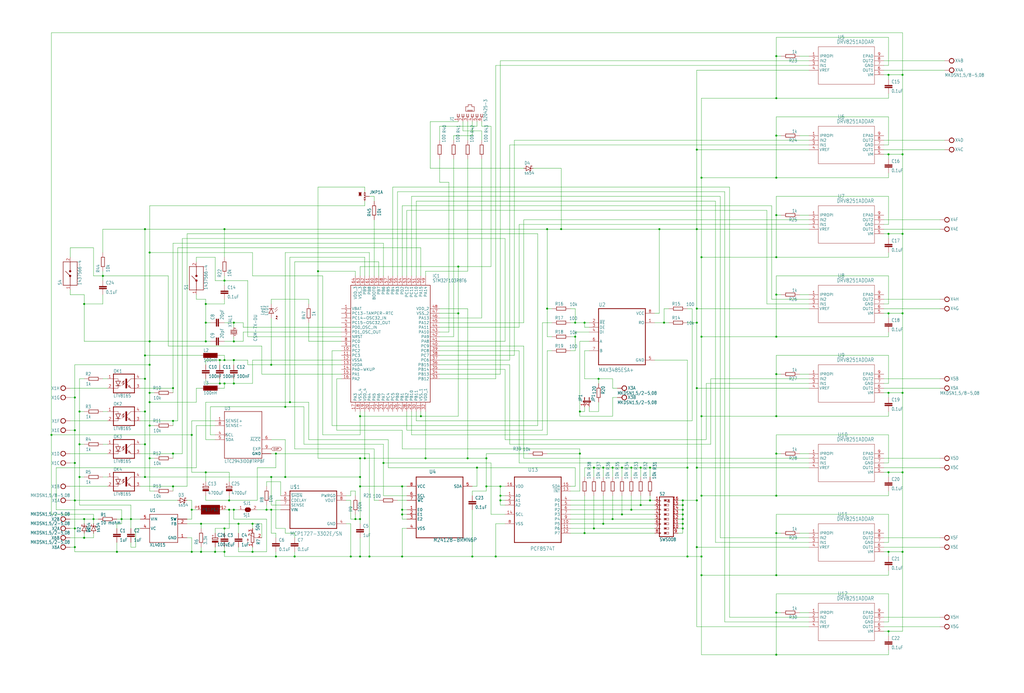
<source format=kicad_sch>
(kicad_sch (version 20250114) (generator "eeschema") (generator_version "9.0")
  (paper "User" 556.209 376.453)
  (junction (at 421.64 53.34))
  (junction (at 55.88 149.86))
  (junction (at 248.92 170.18))
  (junction (at 121.92 124.46))
  (junction (at 325.12 205.74))
  (junction (at 218.44 276.86))
  (junction (at 490.22 256.54))
  (junction (at 78.74 124.46))
  (junction (at 78.74 205.74))
  (junction (at 195.58 226.06))
  (junction (at 218.44 302.26))
  (junction (at 111.76 175.26))
  (junction (at 127 195.58))
  (junction (at 322.58 254))
  (junction (at 269.24 302.26))
  (junction (at 121.92 287.02))
  (junction (at 93.98 264.16))
  (junction (at 149.86 246.38))
  (junction (at 109.22 299.72))
  (junction (at 195.58 259.08))
  (junction (at 421.64 160.02))
  (junction (at 78.74 259.08))
  (junction (at 342.9 276.86))
  (junction (at 40.64 287.02))
  (junction (at 482.6 299.72))
  (junction (at 378.46 271.78))
  (junction (at 327.66 284.48))
  (junction (at 81.28 185.42))
  (junction (at 297.18 124.46))
  (junction (at 198.12 248.92))
  (junction (at 317.5 175.26))
  (junction (at 119.38 195.58))
  (junction (at 40.64 297.18))
  (junction (at 45.72 165.1))
  (junction (at 81.28 231.14))
  (junction (at 490.22 40.64))
  (junction (at 314.96 223.52))
  (junction (at 378.46 175.26))
  (junction (at 482.6 170.18))
  (junction (at 137.16 299.72))
  (junction (at 40.64 271.78))
  (junction (at 50.8 281.94))
  (junction (at 259.08 254))
  (junction (at 81.28 137.16))
  (junction (at 93.98 246.38))
  (junction (at 337.82 254))
  (junction (at 144.78 276.86))
  (junction (at 421.64 226.06))
  (junction (at 228.6 226.06))
  (junction (at 490.22 170.18))
  (junction (at 271.78 271.78))
  (junction (at 490.22 213.36))
  (junction (at 327.66 254))
  (junction (at 218.44 264.16))
  (junction (at 40.64 215.9))
  (junction (at 482.6 83.82))
  (junction (at 200.66 302.26))
  (junction (at 421.64 96.52))
  (junction (at 147.32 198.12))
  (junction (at 121.92 208.28))
  (junction (at 43.18 259.08))
  (junction (at 71.12 281.94))
  (junction (at 137.16 284.48))
  (junction (at 93.98 228.6))
  (junction (at 381 269.24))
  (junction (at 124.46 271.78))
  (junction (at 81.28 213.36))
  (junction (at 111.76 185.42))
  (junction (at 111.76 256.54))
  (junction (at 421.64 332.74))
  (junction (at 63.5 299.72))
  (junction (at 378.46 210.82))
  (junction (at 129.54 284.48))
  (junction (at 370.84 274.32))
  (junction (at 421.64 355.6))
  (junction (at 104.14 276.86))
  (junction (at 360.68 175.26))
  (junction (at 322.58 287.02))
  (junction (at 482.6 213.36))
  (junction (at 314.96 246.38))
  (junction (at 490.22 299.72))
  (junction (at 421.64 312.42))
  (junction (at 172.72 147.32))
  (junction (at 370.84 279.4))
  (junction (at 109.22 284.48))
  (junction (at 190.5 302.26))
  (junction (at 421.64 246.38))
  (junction (at 256.54 302.26))
  (junction (at 332.74 254))
  (junction (at 78.74 223.52))
  (junction (at 149.86 302.26))
  (junction (at 381 312.42))
  (junction (at 490.22 83.82))
  (junction (at 297.18 167.64))
  (junction (at 45.72 292.1))
  (junction (at 195.58 264.16))
  (junction (at 160.02 302.26))
  (junction (at 381 96.52))
  (junction (at 347.98 254))
  (junction (at 482.6 40.64))
  (junction (at 353.06 271.78))
  (junction (at 373.38 254))
  (junction (at 347.98 274.32))
  (junction (at 81.28 248.92))
  (junction (at 312.42 175.26))
  (junction (at 353.06 254))
  (junction (at 231.14 248.92))
  (junction (at 111.76 165.1))
  (junction (at 421.64 116.84))
  (junction (at 104.14 299.72))
  (junction (at 254 248.92))
  (junction (at 119.38 208.28))
  (junction (at 121.92 152.4))
  (junction (at 40.64 251.46))
  (junction (at 421.64 30.48))
  (junction (at 157.48 218.44))
  (junction (at 195.58 302.26))
  (junction (at 43.18 241.3))
  (junction (at 482.6 127))
  (junction (at 421.64 269.24))
  (junction (at 78.74 241.3))
  (junction (at 264.16 248.92))
  (junction (at 358.14 124.46))
  (junction (at 154.94 259.08))
  (junction (at 378.46 81.28))
  (junction (at 93.98 210.82))
  (junction (at 378.46 297.18))
  (junction (at 193.04 281.94))
  (junction (at 195.58 248.92))
  (junction (at 312.42 182.88))
  (junction (at 127 185.42))
  (junction (at 332.74 281.94))
  (junction (at 27.94 236.22))
  (junction (at 421.64 182.88))
  (junction (at 43.18 223.52))
  (junction (at 370.84 284.48))
  (junction (at 381 226.06))
  (junction (at 421.64 289.56))
  (junction (at 378.46 124.46))
  (junction (at 195.58 281.94))
  (junction (at 381 182.88))
  (junction (at 40.64 233.68))
  (junction (at 370.84 276.86))
  (junction (at 271.78 269.24))
  (junction (at 81.28 198.12))
  (junction (at 78.74 193.04))
  (junction (at 121.92 299.72))
  (junction (at 370.84 271.78))
  (junction (at 124.46 276.86))
  (junction (at 271.78 264.16))
  (junction (at 81.28 218.44))
  (junction (at 127 175.26))
  (junction (at 104.14 236.22))
  (junction (at 421.64 203.2))
  (junction (at 154.94 220.98))
  (junction (at 490.22 127))
  (junction (at 127 276.86))
  (junction (at 370.84 287.02))
  (junction (at 248.92 144.78))
  (junction (at 66.04 281.94))
  (junction (at 304.8 124.46))
  (junction (at 482.6 256.54))
  (junction (at 381 302.26))
  (junction (at 127 208.28))
  (junction (at 147.32 276.86))
  (junction (at 264.16 264.16))
  (junction (at 421.64 139.7))
  (junction (at 378.46 167.64))
  (junction (at 482.6 342.9))
  (junction (at 116.84 299.72))
  (junction (at 218.44 279.4))
  (junction (at 208.28 251.46))
  (junction (at 121.92 195.58))
  (junction (at 381 139.7))
  (junction (at 317.5 289.56))
  (junction (at 342.9 254))
  (junction (at 337.82 279.4))
  (junction (at 378.46 254))
  (junction (at 370.84 281.94))
  (junction (at 45.72 281.94))
  (junction (at 421.64 73.66))
  (junction (at 147.32 259.08))
  (junction (at 373.38 302.26))
  (wire (pts (xy 421.64 226.06) (xy 381 226.06)) (stroke (width 0.1524)))
  (wire (pts (xy 124.46 256.54) (xy 111.76 256.54)) (stroke (width 0.1524)))
  (wire (pts (xy 147.32 198.12) (xy 134.62 198.12)) (stroke (width 0.1524)))
  (wire (pts (xy 243.84 99.06) (xy 238.76 99.06)) (stroke (width 0.1524)))
  (wire (pts (xy 111.76 162.56) (xy 111.76 165.1)) (stroke (width 0.1524)))
  (wire (pts (xy 238.76 99.06) (xy 238.76 86.36)) (stroke (width 0.1524)))
  (wire (pts (xy 378.46 340.36) (xy 378.46 297.18)) (stroke (width 0.1524)))
  (wire (pts (xy 134.62 198.12) (xy 134.62 195.58)) (stroke (width 0.1524)))
  (wire (pts (xy 78.74 223.52) (xy 78.74 241.3)) (stroke (width 0.1524)))
  (wire (pts (xy 76.2 281.94) (xy 71.12 281.94)) (stroke (width 0.1524)))
  (wire (pts (xy 284.48 119.38) (xy 284.48 175.26)) (stroke (width 0.1524)))
  (wire (pts (xy 421.64 355.6) (xy 421.64 332.74)) (stroke (width 0.1524)))
  (wire (pts (xy 490.22 213.36) (xy 490.22 170.18)) (stroke (width 0.1524)))
  (wire (pts (xy 284.48 175.26) (xy 238.76 175.26)) (stroke (width 0.1524)))
  (wire (pts (xy 388.62 294.64) (xy 388.62 109.22)) (stroke (width 0.1524)))
  (wire (pts (xy 200.66 302.26) (xy 195.58 302.26)) (stroke (width 0.1524)))
  (wire (pts (xy 317.5 269.24) (xy 317.5 289.56)) (stroke (width 0.1524)))
  (wire (pts (xy 76.2 228.6) (xy 93.98 228.6)) (stroke (width 0.1524)))
  (wire (pts (xy 439.42 165.1) (xy 416.56 165.1)) (stroke (width 0.1524)))
  (wire (pts (xy 347.98 254) (xy 353.06 254)) (stroke (width 0.1524)))
  (wire (pts (xy 109.22 297.18) (xy 109.22 299.72)) (stroke (width 0.1524)))
  (wire (pts (xy 269.24 205.74) (xy 238.76 205.74)) (stroke (width 0.1524)))
  (wire (pts (xy 279.4 193.04) (xy 238.76 193.04)) (stroke (width 0.1524)))
  (wire (pts (xy 421.64 312.42) (xy 381 312.42)) (stroke (width 0.1524)))
  (wire (pts (xy 434.34 332.74) (xy 439.42 332.74)) (stroke (width 0.1524)))
  (wire (pts (xy 76.2 241.3) (xy 78.74 241.3)) (stroke (width 0.1524)))
  (wire (pts (xy 119.38 208.28) (xy 121.92 208.28)) (stroke (width 0.1524)))
  (wire (pts (xy 55.88 165.1) (xy 45.72 165.1)) (stroke (width 0.1524)))
  (wire (pts (xy 332.74 269.24) (xy 332.74 281.94)) (stroke (width 0.1524)))
  (wire (pts (xy 78.74 241.3) (xy 78.74 259.08)) (stroke (width 0.1524)))
  (wire (pts (xy 129.54 299.72) (xy 137.16 299.72)) (stroke (width 0.1524)))
  (wire (pts (xy 386.08 205.74) (xy 386.08 241.3)) (stroke (width 0.1524)))
  (wire (pts (xy 299.72 167.64) (xy 297.18 167.64)) (stroke (width 0.1524)))
  (wire (pts (xy 121.92 165.1) (xy 121.92 162.56)) (stroke (width 0.1524)))
  (wire (pts (xy 342.9 259.08) (xy 342.9 254)) (stroke (width 0.1524)))
  (wire (pts (xy 231.14 149.86) (xy 231.14 147.32)) (stroke (width 0.1524)))
  (wire (pts (xy 434.34 160.02) (xy 439.42 160.02)) (stroke (width 0.1524)))
  (wire (pts (xy 93.98 132.08) (xy 93.98 210.82)) (stroke (width 0.1524)))
  (wire (pts (xy 81.28 185.42) (xy 81.28 198.12)) (stroke (width 0.1524)))
  (wire (pts (xy 195.58 223.52) (xy 195.58 226.06)) (stroke (width 0.1524)))
  (wire (pts (xy 332.74 210.82) (xy 332.74 205.74)) (stroke (width 0.1524)))
  (wire (pts (xy 490.22 40.64) (xy 490.22 17.78)) (stroke (width 0.1524)))
  (wire (pts (xy 317.5 259.08) (xy 317.5 254)) (stroke (width 0.1524)))
  (wire (pts (xy 116.84 299.72) (xy 109.22 299.72)) (stroke (width 0.1524)))
  (wire (pts (xy 121.92 299.72) (xy 116.84 299.72)) (stroke (width 0.1524)))
  (wire (pts (xy 58.42 246.38) (xy 38.1 246.38)) (stroke (width 0.1524)))
  (wire (pts (xy 129.54 284.48) (xy 109.22 284.48)) (stroke (width 0.1524)))
  (wire (pts (xy 198.12 223.52) (xy 198.12 248.92)) (stroke (width 0.1524)))
  (wire (pts (xy 91.44 187.96) (xy 91.44 149.86)) (stroke (width 0.1524)))
  (wire (pts (xy 355.6 276.86) (xy 342.9 276.86)) (stroke (width 0.1524)))
  (wire (pts (xy 281.94 121.92) (xy 281.94 177.8)) (stroke (width 0.1524)))
  (wire (pts (xy 439.42 210.82) (xy 378.46 210.82)) (stroke (width 0.1524)))
  (wire (pts (xy 381 53.34) (xy 381 96.52)) (stroke (width 0.1524)))
  (wire (pts (xy 256.54 266.7) (xy 264.16 266.7)) (stroke (width 0.1524)))
  (wire (pts (xy 81.28 111.76) (xy 81.28 137.16)) (stroke (width 0.1524)))
  (wire (pts (xy 180.34 190.5) (xy 185.42 190.5)) (stroke (width 0.1524)))
  (wire (pts (xy 40.64 233.68) (xy 40.64 251.46)) (stroke (width 0.1524)))
  (wire (pts (xy 312.42 175.26) (xy 309.88 175.26)) (stroke (width 0.1524)))
  (wire (pts (xy 66.04 276.86) (xy 30.48 276.86)) (stroke (width 0.1524)))
  (wire (pts (xy 358.14 124.46) (xy 358.14 170.18)) (stroke (width 0.1524)))
  (wire (pts (xy 289.56 91.44) (xy 304.8 91.44)) (stroke (width 0.1524)))
  (wire (pts (xy 271.78 33.02) (xy 271.78 203.2)) (stroke (width 0.1524)))
  (wire (pts (xy 45.72 165.1) (xy 45.72 185.42)) (stroke (width 0.1524)))
  (wire (pts (xy 490.22 342.9) (xy 490.22 299.72)) (stroke (width 0.1524)))
  (wire (pts (xy 342.9 254) (xy 347.98 254)) (stroke (width 0.1524)))
  (wire (pts (xy 254 76.2) (xy 254 66.04)) (stroke (width 0.1524)))
  (wire (pts (xy 218.44 279.4) (xy 218.44 276.86)) (stroke (width 0.1524)))
  (wire (pts (xy 419.1 162.56) (xy 419.1 111.76)) (stroke (width 0.1524)))
  (wire (pts (xy 332.74 254) (xy 337.82 254)) (stroke (width 0.1524)))
  (wire (pts (xy 358.14 170.18) (xy 355.6 170.18)) (stroke (width 0.1524)))
  (wire (pts (xy 203.2 149.86) (xy 203.2 119.38)) (stroke (width 0.1524)))
  (wire (pts (xy 513.08 76.2) (xy 480.06 76.2)) (stroke (width 0.1524)))
  (wire (pts (xy 480.06 78.74) (xy 482.6 78.74)) (stroke (width 0.1524)))
  (wire (pts (xy 111.76 175.26) (xy 111.76 185.42)) (stroke (width 0.1524)))
  (wire (pts (xy 40.64 297.18) (xy 38.1 297.18)) (stroke (width 0.1524)))
  (wire (pts (xy 40.64 299.72) (xy 40.64 297.18)) (stroke (width 0.1524)))
  (wire (pts (xy 218.44 243.84) (xy 314.96 243.84)) (stroke (width 0.1524)))
  (wire (pts (xy 421.64 279.4) (xy 421.64 289.56)) (stroke (width 0.1524)))
  (wire (pts (xy 152.4 269.24) (xy 152.4 261.62)) (stroke (width 0.1524)))
  (wire (pts (xy 439.42 337.82) (xy 393.7 337.82)) (stroke (width 0.1524)))
  (wire (pts (xy 147.32 276.86) (xy 144.78 276.86)) (stroke (width 0.1524)))
  (wire (pts (xy 297.18 190.5) (xy 297.18 236.22)) (stroke (width 0.1524)))
  (wire (pts (xy 121.92 276.86) (xy 124.46 276.86)) (stroke (width 0.1524)))
  (wire (pts (xy 439.42 335.28) (xy 396.24 335.28)) (stroke (width 0.1524)))
  (wire (pts (xy 127 208.28) (xy 127 205.74)) (stroke (width 0.1524)))
  (wire (pts (xy 38.1 160.02) (xy 45.72 160.02)) (stroke (width 0.1524)))
  (wire (pts (xy 482.6 149.86) (xy 421.64 149.86)) (stroke (width 0.1524)))
  (wire (pts (xy 327.66 269.24) (xy 327.66 284.48)) (stroke (width 0.1524)))
  (wire (pts (xy 490.22 17.78) (xy 27.94 17.78)) (stroke (width 0.1524)))
  (wire (pts (xy 309.88 190.5) (xy 312.42 190.5)) (stroke (width 0.1524)))
  (wire (pts (xy 480.06 40.64) (xy 482.6 40.64)) (stroke (width 0.1524)))
  (wire (pts (xy 421.64 312.42) (xy 421.64 289.56)) (stroke (width 0.1524)))
  (wire (pts (xy 175.26 236.22) (xy 175.26 149.86)) (stroke (width 0.1524)))
  (wire (pts (xy 274.32 264.16) (xy 271.78 264.16)) (stroke (width 0.1524)))
  (wire (pts (xy 276.86 195.58) (xy 238.76 195.58)) (stroke (width 0.1524)))
  (wire (pts (xy 322.58 269.24) (xy 322.58 287.02)) (stroke (width 0.1524)))
  (wire (pts (xy 111.76 198.12) (xy 111.76 195.58)) (stroke (width 0.1524)))
  (wire (pts (xy 121.92 208.28) (xy 127 208.28)) (stroke (width 0.1524)))
  (wire (pts (xy 109.22 284.48) (xy 109.22 287.02)) (stroke (width 0.1524)))
  (wire (pts (xy 38.1 271.78) (xy 40.64 271.78)) (stroke (width 0.1524)))
  (wire (pts (xy 187.96 269.24) (xy 190.5 269.24)) (stroke (width 0.1524)))
  (wire (pts (xy 109.22 210.82) (xy 106.68 210.82)) (stroke (width 0.1524)))
  (wire (pts (xy 55.88 137.16) (xy 55.88 124.46)) (stroke (width 0.1524)))
  (wire (pts (xy 421.64 269.24) (xy 381 269.24)) (stroke (width 0.1524)))
  (wire (pts (xy 63.5 284.48) (xy 66.04 284.48)) (stroke (width 0.1524)))
  (wire (pts (xy 254 147.32) (xy 254 86.36)) (stroke (width 0.1524)))
  (wire (pts (xy 50.8 279.4) (xy 27.94 279.4)) (stroke (width 0.1524)))
  (wire (pts (xy 510.54 205.74) (xy 480.06 205.74)) (stroke (width 0.1524)))
  (wire (pts (xy 111.76 256.54) (xy 104.14 256.54)) (stroke (width 0.1524)))
  (wire (pts (xy 149.86 289.56) (xy 147.32 289.56)) (stroke (width 0.1524)))
  (wire (pts (xy 109.22 193.04) (xy 78.74 193.04)) (stroke (width 0.1524)))
  (wire (pts (xy 383.54 238.76) (xy 274.32 238.76)) (stroke (width 0.1524)))
  (wire (pts (xy 378.46 271.78) (xy 378.46 254)) (stroke (width 0.1524)))
  (wire (pts (xy 482.6 236.22) (xy 421.64 236.22)) (stroke (width 0.1524)))
  (wire (pts (xy 513.08 81.28) (xy 480.06 81.28)) (stroke (width 0.1524)))
  (wire (pts (xy 38.1 233.68) (xy 40.64 233.68)) (stroke (width 0.1524)))
  (wire (pts (xy 388.62 109.22) (xy 226.06 109.22)) (stroke (width 0.1524)))
  (wire (pts (xy 284.48 187.96) (xy 238.76 187.96)) (stroke (width 0.1524)))
  (wire (pts (xy 111.76 165.1) (xy 121.92 165.1)) (stroke (width 0.1524)))
  (wire (pts (xy 226.06 228.6) (xy 375.92 228.6)) (stroke (width 0.1524)))
  (wire (pts (xy 510.54 297.18) (xy 480.06 297.18)) (stroke (width 0.1524)))
  (wire (pts (xy 482.6 83.82) (xy 490.22 83.82)) (stroke (width 0.1524)))
  (wire (pts (xy 58.42 259.08) (xy 55.88 259.08)) (stroke (width 0.1524)))
  (wire (pts (xy 482.6 294.64) (xy 482.6 279.4)) (stroke (width 0.1524)))
  (wire (pts (xy 246.38 182.88) (xy 246.38 86.36)) (stroke (width 0.1524)))
  (wire (pts (xy 368.3 274.32) (xy 370.84 274.32)) (stroke (width 0.1524)))
  (wire (pts (xy 38.1 287.02) (xy 40.64 287.02)) (stroke (width 0.1524)))
  (wire (pts (xy 373.38 302.26) (xy 269.24 302.26)) (stroke (width 0.1524)))
  (wire (pts (xy 99.06 246.38) (xy 93.98 246.38)) (stroke (width 0.1524)))
  (wire (pts (xy 78.74 193.04) (xy 78.74 205.74)) (stroke (width 0.1524)))
  (wire (pts (xy 396.24 101.6) (xy 213.36 101.6)) (stroke (width 0.1524)))
  (wire (pts (xy 114.3 220.98) (xy 154.94 220.98)) (stroke (width 0.1524)))
  (wire (pts (xy 363.22 167.64) (xy 360.68 167.64)) (stroke (width 0.1524)))
  (wire (pts (xy 482.6 40.64) (xy 482.6 43.18)) (stroke (width 0.1524)))
  (wire (pts (xy 220.98 287.02) (xy 218.44 287.02)) (stroke (width 0.1524)))
  (wire (pts (xy 421.64 193.04) (xy 421.64 203.2)) (stroke (width 0.1524)))
  (wire (pts (xy 218.44 264.16) (xy 195.58 264.16)) (stroke (width 0.1524)))
  (wire (pts (xy 281.94 177.8) (xy 238.76 177.8)) (stroke (width 0.1524)))
  (wire (pts (xy 228.6 149.86) (xy 228.6 134.62)) (stroke (width 0.1524)))
  (wire (pts (xy 490.22 256.54) (xy 490.22 213.36)) (stroke (width 0.1524)))
  (wire (pts (xy 434.34 289.56) (xy 439.42 289.56)) (stroke (width 0.1524)))
  (wire (pts (xy 50.8 149.86) (xy 55.88 149.86)) (stroke (width 0.1524)))
  (wire (pts (xy 27.94 279.4) (xy 27.94 236.22)) (stroke (width 0.1524)))
  (wire (pts (xy 195.58 236.22) (xy 175.26 236.22)) (stroke (width 0.1524)))
  (wire (pts (xy 370.84 284.48) (xy 370.84 281.94)) (stroke (width 0.1524)))
  (wire (pts (xy 40.64 215.9) (xy 40.64 233.68)) (stroke (width 0.1524)))
  (wire (pts (xy 370.84 271.78) (xy 378.46 271.78)) (stroke (width 0.1524)))
  (wire (pts (xy 132.08 177.8) (xy 132.08 175.26)) (stroke (width 0.1524)))
  (wire (pts (xy 106.68 139.7) (xy 106.68 142.24)) (stroke (width 0.1524)))
  (wire (pts (xy 482.6 96.52) (xy 421.64 96.52)) (stroke (width 0.1524)))
  (wire (pts (xy 312.42 182.88) (xy 312.42 180.34)) (stroke (width 0.1524)))
  (wire (pts (xy 208.28 132.08) (xy 93.98 132.08)) (stroke (width 0.1524)))
  (wire (pts (xy 228.6 134.62) (xy 96.52 134.62)) (stroke (width 0.1524)))
  (wire (pts (xy 355.6 287.02) (xy 322.58 287.02)) (stroke (width 0.1524)))
  (wire (pts (xy 43.18 274.32) (xy 43.18 259.08)) (stroke (width 0.1524)))
  (wire (pts (xy 53.34 281.94) (xy 50.8 281.94)) (stroke (width 0.1524)))
  (wire (pts (xy 251.46 71.12) (xy 251.46 66.04)) (stroke (width 0.1524)))
  (wire (pts (xy 256.54 302.26) (xy 218.44 302.26)) (stroke (width 0.1524)))
  (wire (pts (xy 76.2 223.52) (xy 78.74 223.52)) (stroke (width 0.1524)))
  (wire (pts (xy 114.3 236.22) (xy 114.3 220.98)) (stroke (width 0.1524)))
  (wire (pts (xy 127 182.88) (xy 127 185.42)) (stroke (width 0.1524)))
  (wire (pts (xy 160.02 289.56) (xy 160.02 292.1)) (stroke (width 0.1524)))
  (wire (pts (xy 78.74 193.04) (xy 78.74 124.46)) (stroke (width 0.1524)))
  (wire (pts (xy 256.54 276.86) (xy 256.54 302.26)) (stroke (width 0.1524)))
  (wire (pts (xy 312.42 190.5) (xy 312.42 182.88)) (stroke (width 0.1524)))
  (wire (pts (xy 111.76 256.54) (xy 111.76 261.62)) (stroke (width 0.1524)))
  (wire (pts (xy 482.6 170.18) (xy 482.6 172.72)) (stroke (width 0.1524)))
  (wire (pts (xy 200.66 137.16) (xy 200.66 149.86)) (stroke (width 0.1524)))
  (wire (pts (xy 353.06 271.78) (xy 309.88 271.78)) (stroke (width 0.1524)))
  (wire (pts (xy 121.92 139.7) (xy 121.92 124.46)) (stroke (width 0.1524)))
  (wire (pts (xy 147.32 246.38) (xy 149.86 246.38)) (stroke (width 0.1524)))
  (wire (pts (xy 55.88 160.02) (xy 55.88 165.1)) (stroke (width 0.1524)))
  (wire (pts (xy 218.44 111.76) (xy 218.44 149.86)) (stroke (width 0.1524)))
  (wire (pts (xy 40.64 287.02) (xy 40.64 297.18)) (stroke (width 0.1524)))
  (wire (pts (xy 129.54 276.86) (xy 127 276.86)) (stroke (width 0.1524)))
  (wire (pts (xy 482.6 78.74) (xy 482.6 63.5)) (stroke (width 0.1524)))
  (wire (pts (xy 149.86 299.72) (xy 149.86 302.26)) (stroke (width 0.1524)))
  (wire (pts (xy 154.94 220.98) (xy 154.94 137.16)) (stroke (width 0.1524)))
  (wire (pts (xy 482.6 355.6) (xy 421.64 355.6)) (stroke (width 0.1524)))
  (wire (pts (xy 238.76 170.18) (xy 248.92 170.18)) (stroke (width 0.1524)))
  (wire (pts (xy 195.58 264.16) (xy 195.58 259.08)) (stroke (width 0.1524)))
  (wire (pts (xy 208.28 251.46) (xy 208.28 241.3)) (stroke (width 0.1524)))
  (wire (pts (xy 119.38 210.82) (xy 121.92 210.82)) (stroke (width 0.1524)))
  (wire (pts (xy 355.6 271.78) (xy 353.06 271.78)) (stroke (width 0.1524)))
  (wire (pts (xy 274.32 269.24) (xy 271.78 269.24)) (stroke (width 0.1524)))
  (wire (pts (xy 439.42 38.1) (xy 378.46 38.1)) (stroke (width 0.1524)))
  (wire (pts (xy 203.2 109.22) (xy 203.2 106.68)) (stroke (width 0.1524)))
  (wire (pts (xy 353.06 269.24) (xy 353.06 271.78)) (stroke (width 0.1524)))
  (wire (pts (xy 248.92 170.18) (xy 248.92 226.06)) (stroke (width 0.1524)))
  (wire (pts (xy 482.6 20.32) (xy 421.64 20.32)) (stroke (width 0.1524)))
  (wire (pts (xy 38.1 251.46) (xy 40.64 251.46)) (stroke (width 0.1524)))
  (wire (pts (xy 38.1 157.48) (xy 38.1 160.02)) (stroke (width 0.1524)))
  (wire (pts (xy 480.06 35.56) (xy 482.6 35.56)) (stroke (width 0.1524)))
  (wire (pts (xy 271.78 269.24) (xy 271.78 264.16)) (stroke (width 0.1524)))
  (wire (pts (xy 490.22 127) (xy 490.22 83.82)) (stroke (width 0.1524)))
  (wire (pts (xy 480.06 83.82) (xy 482.6 83.82)) (stroke (width 0.1524)))
  (wire (pts (xy 393.7 337.82) (xy 393.7 104.14)) (stroke (width 0.1524)))
  (wire (pts (xy 421.64 182.88) (xy 421.64 160.02)) (stroke (width 0.1524)))
  (wire (pts (xy 320.04 220.98) (xy 320.04 223.52)) (stroke (width 0.1524)))
  (wire (pts (xy 132.08 175.26) (xy 127 175.26)) (stroke (width 0.1524)))
  (wire (pts (xy 439.42 78.74) (xy 276.86 78.74)) (stroke (width 0.1524)))
  (wire (pts (xy 58.42 205.74) (xy 55.88 205.74)) (stroke (width 0.1524)))
  (wire (pts (xy 322.58 259.08) (xy 322.58 254)) (stroke (width 0.1524)))
  (wire (pts (xy 332.74 226.06) (xy 314.96 226.06)) (stroke (width 0.1524)))
  (wire (pts (xy 271.78 271.78) (xy 271.78 269.24)) (stroke (width 0.1524)))
  (wire (pts (xy 83.82 248.92) (xy 81.28 248.92)) (stroke (width 0.1524)))
  (wire (pts (xy 238.76 167.64) (xy 254 167.64)) (stroke (width 0.1524)))
  (wire (pts (xy 421.64 289.56) (xy 424.18 289.56)) (stroke (width 0.1524)))
  (wire (pts (xy 193.04 149.86) (xy 193.04 147.32)) (stroke (width 0.1524)))
  (wire (pts (xy 248.92 144.78) (xy 248.92 170.18)) (stroke (width 0.1524)))
  (wire (pts (xy 147.32 276.86) (xy 147.32 289.56)) (stroke (width 0.1524)))
  (wire (pts (xy 266.7 279.4) (xy 266.7 251.46)) (stroke (width 0.1524)))
  (wire (pts (xy 119.38 205.74) (xy 119.38 208.28)) (stroke (width 0.1524)))
  (wire (pts (xy 370.84 287.02) (xy 370.84 284.48)) (stroke (width 0.1524)))
  (wire (pts (xy 195.58 226.06) (xy 195.58 236.22)) (stroke (width 0.1524)))
  (wire (pts (xy 121.92 152.4) (xy 121.92 154.94)) (stroke (width 0.1524)))
  (wire (pts (xy 243.84 180.34) (xy 243.84 99.06)) (stroke (width 0.1524)))
  (wire (pts (xy 439.42 251.46) (xy 281.94 251.46)) (stroke (width 0.1524)))
  (wire (pts (xy 190.5 284.48) (xy 190.5 302.26)) (stroke (width 0.1524)))
  (wire (pts (xy 416.56 114.3) (xy 220.98 114.3)) (stroke (width 0.1524)))
  (wire (pts (xy 144.78 281.94) (xy 144.78 299.72)) (stroke (width 0.1524)))
  (wire (pts (xy 355.6 281.94) (xy 332.74 281.94)) (stroke (width 0.1524)))
  (wire (pts (xy 264.16 246.38) (xy 264.16 248.92)) (stroke (width 0.1524)))
  (wire (pts (xy 38.1 215.9) (xy 40.64 215.9)) (stroke (width 0.1524)))
  (wire (pts (xy 127 175.26) (xy 121.92 175.26)) (stroke (width 0.1524)))
  (wire (pts (xy 208.28 149.86) (xy 208.28 132.08)) (stroke (width 0.1524)))
  (wire (pts (xy 480.06 121.92) (xy 482.6 121.92)) (stroke (width 0.1524)))
  (wire (pts (xy 378.46 254) (xy 378.46 210.82)) (stroke (width 0.1524)))
  (wire (pts (xy 421.64 20.32) (xy 421.64 30.48)) (stroke (width 0.1524)))
  (wire (pts (xy 368.3 279.4) (xy 370.84 279.4)) (stroke (width 0.1524)))
  (wire (pts (xy 256.54 66.04) (xy 256.54 73.66)) (stroke (width 0.1524)))
  (wire (pts (xy 421.64 139.7) (xy 421.64 116.84)) (stroke (width 0.1524)))
  (wire (pts (xy 421.64 53.34) (xy 421.64 30.48)) (stroke (width 0.1524)))
  (wire (pts (xy 116.84 238.76) (xy 111.76 238.76)) (stroke (width 0.1524)))
  (wire (pts (xy 38.1 139.7) (xy 38.1 134.62)) (stroke (width 0.1524)))
  (wire (pts (xy 127 281.94) (xy 144.78 281.94)) (stroke (width 0.1524)))
  (wire (pts (xy 96.52 134.62) (xy 96.52 228.6)) (stroke (width 0.1524)))
  (wire (pts (xy 292.1 127) (xy 101.6 127)) (stroke (width 0.1524)))
  (wire (pts (xy 116.84 152.4) (xy 121.92 152.4)) (stroke (width 0.1524)))
  (wire (pts (xy 434.34 30.48) (xy 439.42 30.48)) (stroke (width 0.1524)))
  (wire (pts (xy 309.88 167.64) (xy 312.42 167.64)) (stroke (width 0.1524)))
  (wire (pts (xy 281.94 251.46) (xy 281.94 190.5)) (stroke (width 0.1524)))
  (wire (pts (xy 287.02 246.38) (xy 264.16 246.38)) (stroke (width 0.1524)))
  (wire (pts (xy 317.5 254) (xy 322.58 254)) (stroke (width 0.1524)))
  (wire (pts (xy 327.66 259.08) (xy 327.66 254)) (stroke (width 0.1524)))
  (wire (pts (xy 482.6 226.06) (xy 421.64 226.06)) (stroke (width 0.1524)))
  (wire (pts (xy 246.38 73.66) (xy 246.38 76.2)) (stroke (width 0.1524)))
  (wire (pts (xy 195.58 144.78) (xy 248.92 144.78)) (stroke (width 0.1524)))
  (wire (pts (xy 218.44 276.86) (xy 220.98 276.86)) (stroke (width 0.1524)))
  (wire (pts (xy 93.98 246.38) (xy 93.98 248.92)) (stroke (width 0.1524)))
  (wire (pts (xy 368.3 289.56) (xy 370.84 289.56)) (stroke (width 0.1524)))
  (wire (pts (xy 81.28 266.7) (xy 81.28 248.92)) (stroke (width 0.1524)))
  (wire (pts (xy 381 312.42) (xy 381 302.26)) (stroke (width 0.1524)))
  (wire (pts (xy 129.54 297.18) (xy 129.54 299.72)) (stroke (width 0.1524)))
  (wire (pts (xy 121.92 124.46) (xy 297.18 124.46)) (stroke (width 0.1524)))
  (wire (pts (xy 274.32 274.32) (xy 271.78 274.32)) (stroke (width 0.1524)))
  (wire (pts (xy 167.64 162.56) (xy 167.64 165.1)) (stroke (width 0.1524)))
  (wire (pts (xy 421.64 96.52) (xy 421.64 73.66)) (stroke (width 0.1524)))
  (wire (pts (xy 439.42 33.02) (xy 271.78 33.02)) (stroke (width 0.1524)))
  (wire (pts (xy 238.76 182.88) (xy 246.38 182.88)) (stroke (width 0.1524)))
  (wire (pts (xy 342.9 269.24) (xy 342.9 276.86)) (stroke (width 0.1524)))
  (wire (pts (xy 147.32 162.56) (xy 147.32 165.1)) (stroke (width 0.1524)))
  (wire (pts (xy 121.92 149.86) (xy 121.92 152.4)) (stroke (width 0.1524)))
  (wire (pts (xy 317.5 223.52) (xy 314.96 223.52)) (stroke (width 0.1524)))
  (wire (pts (xy 182.88 233.68) (xy 218.44 233.68)) (stroke (width 0.1524)))
  (wire (pts (xy 510.54 248.92) (xy 480.06 248.92)) (stroke (width 0.1524)))
  (wire (pts (xy 154.94 289.56) (xy 160.02 289.56)) (stroke (width 0.1524)))
  (wire (pts (xy 124.46 276.86) (xy 127 276.86)) (stroke (width 0.1524)))
  (wire (pts (xy 149.86 292.1) (xy 149.86 289.56)) (stroke (width 0.1524)))
  (wire (pts (xy 142.24 187.96) (xy 91.44 187.96)) (stroke (width 0.1524)))
  (wire (pts (xy 205.74 149.86) (xy 205.74 142.24)) (stroke (width 0.1524)))
  (wire (pts (xy 45.72 259.08) (xy 43.18 259.08)) (stroke (width 0.1524)))
  (wire (pts (xy 208.28 269.24) (xy 208.28 251.46)) (stroke (width 0.1524)))
  (wire (pts (xy 482.6 106.68) (xy 421.64 106.68)) (stroke (width 0.1524)))
  (wire (pts (xy 368.3 276.86) (xy 370.84 276.86)) (stroke (width 0.1524)))
  (wire (pts (xy 40.64 251.46) (xy 40.64 271.78)) (stroke (width 0.1524)))
  (wire (pts (xy 378.46 38.1) (xy 378.46 81.28)) (stroke (width 0.1524)))
  (wire (pts (xy 27.94 17.78) (xy 27.94 236.22)) (stroke (width 0.1524)))
  (wire (pts (xy 226.06 223.52) (xy 226.06 228.6)) (stroke (width 0.1524)))
  (wire (pts (xy 76.2 259.08) (xy 78.74 259.08)) (stroke (width 0.1524)))
  (wire (pts (xy 370.84 281.94) (xy 370.84 279.4)) (stroke (width 0.1524)))
  (wire (pts (xy 111.76 238.76) (xy 111.76 218.44)) (stroke (width 0.1524)))
  (wire (pts (xy 104.14 228.6) (xy 116.84 228.6)) (stroke (width 0.1524)))
  (wire (pts (xy 238.76 185.42) (xy 274.32 185.42)) (stroke (width 0.1524)))
  (wire (pts (xy 320.04 223.52) (xy 325.12 223.52)) (stroke (width 0.1524)))
  (wire (pts (xy 256.54 73.66) (xy 246.38 73.66)) (stroke (width 0.1524)))
  (wire (pts (xy 226.06 109.22) (xy 226.06 149.86)) (stroke (width 0.1524)))
  (wire (pts (xy 205.74 142.24) (xy 160.02 142.24)) (stroke (width 0.1524)))
  (wire (pts (xy 142.24 292.1) (xy 142.24 284.48)) (stroke (width 0.1524)))
  (wire (pts (xy 144.78 299.72) (xy 137.16 299.72)) (stroke (width 0.1524)))
  (wire (pts (xy 111.76 185.42) (xy 114.3 185.42)) (stroke (width 0.1524)))
  (wire (pts (xy 386.08 241.3) (xy 276.86 241.3)) (stroke (width 0.1524)))
  (wire (pts (xy 127 276.86) (xy 127 281.94)) (stroke (width 0.1524)))
  (wire (pts (xy 45.72 185.42) (xy 81.28 185.42)) (stroke (width 0.1524)))
  (wire (pts (xy 322.58 254) (xy 327.66 254)) (stroke (width 0.1524)))
  (wire (pts (xy 195.58 284.48) (xy 195.58 281.94)) (stroke (width 0.1524)))
  (wire (pts (xy 332.74 259.08) (xy 332.74 254)) (stroke (width 0.1524)))
  (wire (pts (xy 337.82 259.08) (xy 337.82 254)) (stroke (width 0.1524)))
  (wire (pts (xy 439.42 119.38) (xy 284.48 119.38)) (stroke (width 0.1524)))
  (wire (pts (xy 195.58 259.08) (xy 154.94 259.08)) (stroke (width 0.1524)))
  (wire (pts (xy 264.16 248.92) (xy 254 248.92)) (stroke (width 0.1524)))
  (wire (pts (xy 203.2 271.78) (xy 205.74 271.78)) (stroke (width 0.1524)))
  (wire (pts (xy 104.14 281.94) (xy 101.6 281.94)) (stroke (width 0.1524)))
  (wire (pts (xy 368.3 271.78) (xy 370.84 271.78)) (stroke (width 0.1524)))
  (wire (pts (xy 63.5 299.72) (xy 40.64 299.72)) (stroke (width 0.1524)))
  (wire (pts (xy 513.08 33.02) (xy 480.06 33.02)) (stroke (width 0.1524)))
  (wire (pts (xy 43.18 205.74) (xy 45.72 205.74)) (stroke (width 0.1524)))
  (wire (pts (xy 104.14 256.54) (xy 104.14 236.22)) (stroke (width 0.1524)))
  (wire (pts (xy 116.84 287.02) (xy 121.92 287.02)) (stroke (width 0.1524)))
  (wire (pts (xy 332.74 215.9) (xy 332.74 226.06)) (stroke (width 0.1524)))
  (wire (pts (xy 370.84 274.32) (xy 370.84 271.78)) (stroke (width 0.1524)))
  (wire (pts (xy 383.54 208.28) (xy 383.54 238.76)) (stroke (width 0.1524)))
  (wire (pts (xy 200.66 246.38) (xy 200.66 302.26)) (stroke (width 0.1524)))
  (wire (pts (xy 261.62 71.12) (xy 251.46 71.12)) (stroke (width 0.1524)))
  (wire (pts (xy 274.32 271.78) (xy 271.78 271.78)) (stroke (width 0.1524)))
  (wire (pts (xy 180.34 231.14) (xy 180.34 190.5)) (stroke (width 0.1524)))
  (wire (pts (xy 83.82 231.14) (xy 81.28 231.14)) (stroke (width 0.1524)))
  (wire (pts (xy 132.08 180.34) (xy 132.08 185.42)) (stroke (width 0.1524)))
  (wire (pts (xy 299.72 175.26) (xy 294.64 175.26)) (stroke (width 0.1524)))
  (wire (pts (xy 76.2 205.74) (xy 78.74 205.74)) (stroke (width 0.1524)))
  (wire (pts (xy 434.34 116.84) (xy 439.42 116.84)) (stroke (width 0.1524)))
  (wire (pts (xy 439.42 292.1) (xy 391.16 292.1)) (stroke (width 0.1524)))
  (wire (pts (xy 378.46 167.64) (xy 378.46 124.46)) (stroke (width 0.1524)))
  (wire (pts (xy 370.84 279.4) (xy 370.84 276.86)) (stroke (width 0.1524)))
  (wire (pts (xy 482.6 312.42) (xy 421.64 312.42)) (stroke (width 0.1524)))
  (wire (pts (xy 482.6 213.36) (xy 482.6 215.9)) (stroke (width 0.1524)))
  (wire (pts (xy 381 182.88) (xy 381 226.06)) (stroke (width 0.1524)))
  (wire (pts (xy 43.18 241.3) (xy 43.18 223.52)) (stroke (width 0.1524)))
  (wire (pts (xy 299.72 182.88) (xy 297.18 182.88)) (stroke (width 0.1524)))
  (wire (pts (xy 482.6 165.1) (xy 482.6 149.86)) (stroke (width 0.1524)))
  (wire (pts (xy 218.44 233.68) (xy 218.44 243.84)) (stroke (width 0.1524)))
  (wire (pts (xy 381 355.6) (xy 381 312.42)) (stroke (width 0.1524)))
  (wire (pts (xy 81.28 137.16) (xy 81.28 185.42)) (stroke (width 0.1524)))
  (wire (pts (xy 147.32 238.76) (xy 154.94 238.76)) (stroke (width 0.1524)))
  (wire (pts (xy 43.18 259.08) (xy 43.18 241.3)) (stroke (width 0.1524)))
  (wire (pts (xy 266.7 144.78) (xy 248.92 144.78)) (stroke (width 0.1524)))
  (wire (pts (xy 203.2 243.84) (xy 203.2 271.78)) (stroke (width 0.1524)))
  (wire (pts (xy 482.6 63.5) (xy 421.64 63.5)) (stroke (width 0.1524)))
  (wire (pts (xy 210.82 238.76) (xy 167.64 238.76)) (stroke (width 0.1524)))
  (wire (pts (xy 111.76 271.78) (xy 124.46 271.78)) (stroke (width 0.1524)))
  (wire (pts (xy 439.42 35.56) (xy 269.24 35.56)) (stroke (width 0.1524)))
  (wire (pts (xy 45.72 281.94) (xy 50.8 281.94)) (stroke (width 0.1524)))
  (wire (pts (xy 373.38 254) (xy 373.38 302.26)) (stroke (width 0.1524)))
  (wire (pts (xy 78.74 259.08) (xy 147.32 259.08)) (stroke (width 0.1524)))
  (wire (pts (xy 314.96 226.06) (xy 314.96 223.52)) (stroke (width 0.1524)))
  (wire (pts (xy 490.22 83.82) (xy 490.22 40.64)) (stroke (width 0.1524)))
  (wire (pts (xy 421.64 355.6) (xy 381 355.6)) (stroke (width 0.1524)))
  (wire (pts (xy 185.42 177.8) (xy 132.08 177.8)) (stroke (width 0.1524)))
  (wire (pts (xy 220.98 271.78) (xy 215.9 271.78)) (stroke (width 0.1524)))
  (wire (pts (xy 279.4 76.2) (xy 279.4 193.04)) (stroke (width 0.1524)))
  (wire (pts (xy 124.46 261.62) (xy 124.46 256.54)) (stroke (width 0.1524)))
  (wire (pts (xy 127 185.42) (xy 121.92 185.42)) (stroke (width 0.1524)))
  (wire (pts (xy 421.64 30.48) (xy 424.18 30.48)) (stroke (width 0.1524)))
  (wire (pts (xy 106.68 162.56) (xy 111.76 162.56)) (stroke (width 0.1524)))
  (wire (pts (xy 304.8 91.44) (xy 304.8 124.46)) (stroke (width 0.1524)))
  (wire (pts (xy 142.24 284.48) (xy 137.16 284.48)) (stroke (width 0.1524)))
  (wire (pts (xy 116.84 236.22) (xy 114.3 236.22)) (stroke (width 0.1524)))
  (wire (pts (xy 116.84 289.56) (xy 116.84 287.02)) (stroke (width 0.1524)))
  (wire (pts (xy 327.66 254) (xy 332.74 254)) (stroke (width 0.1524)))
  (wire (pts (xy 439.42 121.92) (xy 281.94 121.92)) (stroke (width 0.1524)))
  (wire (pts (xy 104.14 292.1) (xy 104.14 299.72)) (stroke (width 0.1524)))
  (wire (pts (xy 297.18 182.88) (xy 297.18 167.64)) (stroke (width 0.1524)))
  (wire (pts (xy 147.32 172.72) (xy 147.32 198.12)) (stroke (width 0.1524)))
  (wire (pts (xy 259.08 68.58) (xy 259.08 66.04)) (stroke (width 0.1524)))
  (wire (pts (xy 269.24 284.48) (xy 269.24 302.26)) (stroke (width 0.1524)))
  (wire (pts (xy 198.12 104.14) (xy 198.12 101.6)) (stroke (width 0.1524)))
  (wire (pts (xy 513.08 38.1) (xy 480.06 38.1)) (stroke (width 0.1524)))
  (wire (pts (xy 149.86 246.38) (xy 200.66 246.38)) (stroke (width 0.1524)))
  (wire (pts (xy 482.6 127) (xy 482.6 129.54)) (stroke (width 0.1524)))
  (wire (pts (xy 256.54 269.24) (xy 256.54 266.7)) (stroke (width 0.1524)))
  (wire (pts (xy 76.2 210.82) (xy 93.98 210.82)) (stroke (width 0.1524)))
  (wire (pts (xy 139.7 254) (xy 149.86 254)) (stroke (width 0.1524)))
  (wire (pts (xy 510.54 335.28) (xy 480.06 335.28)) (stroke (width 0.1524)))
  (wire (pts (xy 421.64 160.02) (xy 424.18 160.02)) (stroke (width 0.1524)))
  (wire (pts (xy 421.64 139.7) (xy 381 139.7)) (stroke (width 0.1524)))
  (wire (pts (xy 304.8 124.46) (xy 358.14 124.46)) (stroke (width 0.1524)))
  (wire (pts (xy 416.56 165.1) (xy 416.56 114.3)) (stroke (width 0.1524)))
  (wire (pts (xy 144.78 261.62) (xy 144.78 264.16)) (stroke (width 0.1524)))
  (wire (pts (xy 294.64 233.68) (xy 220.98 233.68)) (stroke (width 0.1524)))
  (wire (pts (xy 233.68 66.04) (xy 248.92 66.04)) (stroke (width 0.1524)))
  (wire (pts (xy 261.62 76.2) (xy 261.62 71.12)) (stroke (width 0.1524)))
  (wire (pts (xy 149.86 271.78) (xy 149.86 287.02)) (stroke (width 0.1524)))
  (wire (pts (xy 193.04 281.94) (xy 190.5 281.94)) (stroke (width 0.1524)))
  (wire (pts (xy 355.6 175.26) (xy 360.68 175.26)) (stroke (width 0.1524)))
  (wire (pts (xy 482.6 93.98) (xy 482.6 96.52)) (stroke (width 0.1524)))
  (wire (pts (xy 439.42 124.46) (xy 378.46 124.46)) (stroke (width 0.1524)))
  (wire (pts (xy 490.22 170.18) (xy 490.22 127)) (stroke (width 0.1524)))
  (wire (pts (xy 152.4 274.32) (xy 147.32 274.32)) (stroke (width 0.1524)))
  (wire (pts (xy 213.36 101.6) (xy 213.36 149.86)) (stroke (width 0.1524)))
  (wire (pts (xy 223.52 106.68) (xy 223.52 149.86)) (stroke (width 0.1524)))
  (wire (pts (xy 185.42 198.12) (xy 147.32 198.12)) (stroke (width 0.1524)))
  (wire (pts (xy 274.32 129.54) (xy 99.06 129.54)) (stroke (width 0.1524)))
  (wire (pts (xy 45.72 241.3) (xy 43.18 241.3)) (stroke (width 0.1524)))
  (wire (pts (xy 391.16 106.68) (xy 223.52 106.68)) (stroke (width 0.1524)))
  (wire (pts (xy 66.04 281.94) (xy 66.04 276.86)) (stroke (width 0.1524)))
  (wire (pts (xy 119.38 198.12) (xy 119.38 195.58)) (stroke (width 0.1524)))
  (wire (pts (xy 335.28 215.9) (xy 332.74 215.9)) (stroke (width 0.1524)))
  (wire (pts (xy 134.62 152.4) (xy 121.92 152.4)) (stroke (width 0.1524)))
  (wire (pts (xy 378.46 124.46) (xy 358.14 124.46)) (stroke (width 0.1524)))
  (wire (pts (xy 71.12 287.02) (xy 71.12 281.94)) (stroke (width 0.1524)))
  (wire (pts (xy 215.9 104.14) (xy 215.9 149.86)) (stroke (width 0.1524)))
  (wire (pts (xy 439.42 208.28) (xy 383.54 208.28)) (stroke (width 0.1524)))
  (wire (pts (xy 274.32 279.4) (xy 266.7 279.4)) (stroke (width 0.1524)))
  (wire (pts (xy 195.58 281.94) (xy 193.04 281.94)) (stroke (width 0.1524)))
  (wire (pts (xy 480.06 342.9) (xy 482.6 342.9)) (stroke (width 0.1524)))
  (wire (pts (xy 317.5 220.98) (xy 317.5 223.52)) (stroke (width 0.1524)))
  (wire (pts (xy 106.68 276.86) (xy 104.14 276.86)) (stroke (width 0.1524)))
  (wire (pts (xy 347.98 274.32) (xy 309.88 274.32)) (stroke (width 0.1524)))
  (wire (pts (xy 355.6 289.56) (xy 317.5 289.56)) (stroke (width 0.1524)))
  (wire (pts (xy 439.42 76.2) (xy 279.4 76.2)) (stroke (width 0.1524)))
  (wire (pts (xy 421.64 53.34) (xy 381 53.34)) (stroke (width 0.1524)))
  (wire (pts (xy 185.42 182.88) (xy 134.62 182.88)) (stroke (width 0.1524)))
  (wire (pts (xy 160.02 142.24) (xy 160.02 243.84)) (stroke (width 0.1524)))
  (wire (pts (xy 421.64 322.58) (xy 421.64 332.74)) (stroke (width 0.1524)))
  (wire (pts (xy 421.64 149.86) (xy 421.64 160.02)) (stroke (width 0.1524)))
  (wire (pts (xy 30.48 254) (xy 106.68 254)) (stroke (width 0.1524)))
  (wire (pts (xy 274.32 200.66) (xy 238.76 200.66)) (stroke (width 0.1524)))
  (wire (pts (xy 132.08 185.42) (xy 127 185.42)) (stroke (width 0.1524)))
  (wire (pts (xy 312.42 254) (xy 259.08 254)) (stroke (width 0.1524)))
  (wire (pts (xy 198.12 248.92) (xy 195.58 248.92)) (stroke (width 0.1524)))
  (wire (pts (xy 154.94 287.02) (xy 154.94 289.56)) (stroke (width 0.1524)))
  (wire (pts (xy 480.06 251.46) (xy 482.6 251.46)) (stroke (width 0.1524)))
  (wire (pts (xy 299.72 190.5) (xy 297.18 190.5)) (stroke (width 0.1524)))
  (wire (pts (xy 480.06 208.28) (xy 482.6 208.28)) (stroke (width 0.1524)))
  (wire (pts (xy 50.8 281.94) (xy 50.8 284.48)) (stroke (width 0.1524)))
  (wire (pts (xy 149.86 287.02) (xy 154.94 287.02)) (stroke (width 0.1524)))
  (wire (pts (xy 325.12 205.74) (xy 317.5 205.74)) (stroke (width 0.1524)))
  (wire (pts (xy 104.14 276.86) (xy 104.14 281.94)) (stroke (width 0.1524)))
  (wire (pts (xy 195.58 292.1) (xy 195.58 302.26)) (stroke (width 0.1524)))
  (wire (pts (xy 421.64 106.68) (xy 421.64 116.84)) (stroke (width 0.1524)))
  (wire (pts (xy 510.54 340.36) (xy 480.06 340.36)) (stroke (width 0.1524)))
  (wire (pts (xy 81.28 231.14) (xy 81.28 218.44)) (stroke (width 0.1524)))
  (wire (pts (xy 220.98 269.24) (xy 208.28 269.24)) (stroke (width 0.1524)))
  (wire (pts (xy 40.64 271.78) (xy 40.64 287.02)) (stroke (width 0.1524)))
  (wire (pts (xy 203.2 106.68) (xy 200.66 106.68)) (stroke (width 0.1524)))
  (wire (pts (xy 83.82 266.7) (xy 81.28 266.7)) (stroke (width 0.1524)))
  (wire (pts (xy 190.5 271.78) (xy 187.96 271.78)) (stroke (width 0.1524)))
  (wire (pts (xy 66.04 281.94) (xy 71.12 281.94)) (stroke (width 0.1524)))
  (wire (pts (xy 45.72 160.02) (xy 45.72 165.1)) (stroke (width 0.1524)))
  (wire (pts (xy 261.62 172.72) (xy 261.62 86.36)) (stroke (width 0.1524)))
  (wire (pts (xy 482.6 213.36) (xy 490.22 213.36)) (stroke (width 0.1524)))
  (wire (pts (xy 66.04 284.48) (xy 66.04 281.94)) (stroke (width 0.1524)))
  (wire (pts (xy 220.98 279.4) (xy 218.44 279.4)) (stroke (width 0.1524)))
  (wire (pts (xy 482.6 121.92) (xy 482.6 106.68)) (stroke (width 0.1524)))
  (wire (pts (xy 231.14 147.32) (xy 254 147.32)) (stroke (width 0.1524)))
  (wire (pts (xy 137.16 208.28) (xy 127 208.28)) (stroke (width 0.1524)))
  (wire (pts (xy 421.64 116.84) (xy 424.18 116.84)) (stroke (width 0.1524)))
  (wire (pts (xy 297.18 236.22) (xy 223.52 236.22)) (stroke (width 0.1524)))
  (wire (pts (xy 284.48 248.92) (xy 284.48 187.96)) (stroke (width 0.1524)))
  (wire (pts (xy 439.42 205.74) (xy 386.08 205.74)) (stroke (width 0.1524)))
  (wire (pts (xy 312.42 182.88) (xy 309.88 182.88)) (stroke (width 0.1524)))
  (wire (pts (xy 439.42 297.18) (xy 378.46 297.18)) (stroke (width 0.1524)))
  (wire (pts (xy 93.98 264.16) (xy 93.98 266.7)) (stroke (width 0.1524)))
  (wire (pts (xy 119.38 193.04) (xy 121.92 193.04)) (stroke (width 0.1524)))
  (wire (pts (xy 210.82 254) (xy 210.82 238.76)) (stroke (width 0.1524)))
  (wire (pts (xy 73.66 287.02) (xy 76.2 287.02)) (stroke (width 0.1524)))
  (wire (pts (xy 172.72 147.32) (xy 172.72 248.92)) (stroke (width 0.1524)))
  (wire (pts (xy 76.2 246.38) (xy 93.98 246.38)) (stroke (width 0.1524)))
  (wire (pts (xy 368.3 287.02) (xy 370.84 287.02)) (stroke (width 0.1524)))
  (wire (pts (xy 355.6 279.4) (xy 337.82 279.4)) (stroke (width 0.1524)))
  (wire (pts (xy 58.42 223.52) (xy 55.88 223.52)) (stroke (width 0.1524)))
  (wire (pts (xy 160.02 243.84) (xy 203.2 243.84)) (stroke (width 0.1524)))
  (wire (pts (xy 55.88 124.46) (xy 78.74 124.46)) (stroke (width 0.1524)))
  (wire (pts (xy 195.58 302.26) (xy 190.5 302.26)) (stroke (width 0.1524)))
  (wire (pts (xy 190.5 302.26) (xy 160.02 302.26)) (stroke (width 0.1524)))
  (wire (pts (xy 327.66 284.48) (xy 309.88 284.48)) (stroke (width 0.1524)))
  (wire (pts (xy 124.46 287.02) (xy 124.46 276.86)) (stroke (width 0.1524)))
  (wire (pts (xy 165.1 241.3) (xy 165.1 220.98)) (stroke (width 0.1524)))
  (wire (pts (xy 482.6 208.28) (xy 482.6 193.04)) (stroke (width 0.1524)))
  (wire (pts (xy 510.54 292.1) (xy 480.06 292.1)) (stroke (width 0.1524)))
  (wire (pts (xy 152.4 276.86) (xy 147.32 276.86)) (stroke (width 0.1524)))
  (wire (pts (xy 106.68 231.14) (xy 116.84 231.14)) (stroke (width 0.1524)))
  (wire (pts (xy 167.64 238.76) (xy 167.64 218.44)) (stroke (width 0.1524)))
  (wire (pts (xy 101.6 271.78) (xy 104.14 271.78)) (stroke (width 0.1524)))
  (wire (pts (xy 111.76 218.44) (xy 157.48 218.44)) (stroke (width 0.1524)))
  (wire (pts (xy 510.54 254) (xy 480.06 254)) (stroke (width 0.1524)))
  (wire (pts (xy 391.16 292.1) (xy 391.16 106.68)) (stroke (width 0.1524)))
  (wire (pts (xy 439.42 167.64) (xy 378.46 167.64)) (stroke (width 0.1524)))
  (wire (pts (xy 76.2 264.16) (xy 93.98 264.16)) (stroke (width 0.1524)))
  (wire (pts (xy 154.94 137.16) (xy 200.66 137.16)) (stroke (width 0.1524)))
  (wire (pts (xy 482.6 170.18) (xy 490.22 170.18)) (stroke (width 0.1524)))
  (wire (pts (xy 274.32 185.42) (xy 274.32 129.54)) (stroke (width 0.1524)))
  (wire (pts (xy 185.42 205.74) (xy 182.88 205.74)) (stroke (width 0.1524)))
  (wire (pts (xy 482.6 40.64) (xy 490.22 40.64)) (stroke (width 0.1524)))
  (wire (pts (xy 195.58 149.86) (xy 195.58 144.78)) (stroke (width 0.1524)))
  (wire (pts (xy 314.96 243.84) (xy 314.96 246.38)) (stroke (width 0.1524)))
  (wire (pts (xy 276.86 78.74) (xy 276.86 195.58)) (stroke (width 0.1524)))
  (wire (pts (xy 104.14 299.72) (xy 63.5 299.72)) (stroke (width 0.1524)))
  (wire (pts (xy 137.16 284.48) (xy 129.54 284.48)) (stroke (width 0.1524)))
  (wire (pts (xy 93.98 228.6) (xy 93.98 231.14)) (stroke (width 0.1524)))
  (wire (pts (xy 96.52 271.78) (xy 40.64 271.78)) (stroke (width 0.1524)))
  (wire (pts (xy 368.3 281.94) (xy 370.84 281.94)) (stroke (width 0.1524)))
  (wire (pts (xy 480.06 337.82) (xy 482.6 337.82)) (stroke (width 0.1524)))
  (wire (pts (xy 121.92 210.82) (xy 121.92 208.28)) (stroke (width 0.1524)))
  (wire (pts (xy 223.52 236.22) (xy 223.52 223.52)) (stroke (width 0.1524)))
  (wire (pts (xy 421.64 246.38) (xy 424.18 246.38)) (stroke (width 0.1524)))
  (wire (pts (xy 264.16 266.7) (xy 264.16 264.16)) (stroke (width 0.1524)))
  (wire (pts (xy 220.98 233.68) (xy 220.98 223.52)) (stroke (width 0.1524)))
  (wire (pts (xy 421.64 226.06) (xy 421.64 203.2)) (stroke (width 0.1524)))
  (wire (pts (xy 381 226.06) (xy 381 269.24)) (stroke (width 0.1524)))
  (wire (pts (xy 480.06 170.18) (xy 482.6 170.18)) (stroke (width 0.1524)))
  (wire (pts (xy 55.88 149.86) (xy 55.88 152.4)) (stroke (width 0.1524)))
  (wire (pts (xy 218.44 287.02) (xy 218.44 302.26)) (stroke (width 0.1524)))
  (wire (pts (xy 101.6 127) (xy 101.6 264.16)) (stroke (width 0.1524)))
  (wire (pts (xy 182.88 205.74) (xy 182.88 233.68)) (stroke (width 0.1524)))
  (wire (pts (xy 187.96 284.48) (xy 190.5 284.48)) (stroke (width 0.1524)))
  (wire (pts (xy 482.6 83.82) (xy 482.6 86.36)) (stroke (width 0.1524)))
  (wire (pts (xy 482.6 256.54) (xy 482.6 259.08)) (stroke (width 0.1524)))
  (wire (pts (xy 27.94 236.22) (xy 104.14 236.22)) (stroke (width 0.1524)))
  (wire (pts (xy 320.04 175.26) (xy 317.5 175.26)) (stroke (width 0.1524)))
  (wire (pts (xy 332.74 281.94) (xy 309.88 281.94)) (stroke (width 0.1524)))
  (wire (pts (xy 325.12 208.28) (xy 325.12 205.74)) (stroke (width 0.1524)))
  (wire (pts (xy 111.76 269.24) (xy 111.76 271.78)) (stroke (width 0.1524)))
  (wire (pts (xy 139.7 271.78) (xy 139.7 254)) (stroke (width 0.1524)))
  (wire (pts (xy 421.64 203.2) (xy 424.18 203.2)) (stroke (width 0.1524)))
  (wire (pts (xy 347.98 269.24) (xy 347.98 274.32)) (stroke (width 0.1524)))
  (wire (pts (xy 269.24 302.26) (xy 256.54 302.26)) (stroke (width 0.1524)))
  (wire (pts (xy 71.12 274.32) (xy 43.18 274.32)) (stroke (width 0.1524)))
  (wire (pts (xy 58.42 228.6) (xy 38.1 228.6)) (stroke (width 0.1524)))
  (wire (pts (xy 482.6 299.72) (xy 490.22 299.72)) (stroke (width 0.1524)))
  (wire (pts (xy 439.42 254) (xy 378.46 254)) (stroke (width 0.1524)))
  (wire (pts (xy 312.42 180.34) (xy 320.04 180.34)) (stroke (width 0.1524)))
  (wire (pts (xy 139.7 276.86) (xy 144.78 276.86)) (stroke (width 0.1524)))
  (wire (pts (xy 190.5 266.7) (xy 193.04 266.7)) (stroke (width 0.1524)))
  (wire (pts (xy 220.98 264.16) (xy 218.44 264.16)) (stroke (width 0.1524)))
  (wire (pts (xy 101.6 264.16) (xy 93.98 264.16)) (stroke (width 0.1524)))
  (wire (pts (xy 152.4 261.62) (xy 144.78 261.62)) (stroke (width 0.1524)))
  (wire (pts (xy 355.6 284.48) (xy 327.66 284.48)) (stroke (width 0.1524)))
  (wire (pts (xy 38.1 134.62) (xy 50.8 134.62)) (stroke (width 0.1524)))
  (wire (pts (xy 63.5 281.94) (xy 66.04 281.94)) (stroke (width 0.1524)))
  (wire (pts (xy 160.02 299.72) (xy 160.02 302.26)) (stroke (width 0.1524)))
  (wire (pts (xy 510.54 167.64) (xy 480.06 167.64)) (stroke (width 0.1524)))
  (wire (pts (xy 208.28 241.3) (xy 165.1 241.3)) (stroke (width 0.1524)))
  (wire (pts (xy 482.6 309.88) (xy 482.6 312.42)) (stroke (width 0.1524)))
  (wire (pts (xy 480.06 213.36) (xy 482.6 213.36)) (stroke (width 0.1524)))
  (wire (pts (xy 63.5 287.02) (xy 63.5 284.48)) (stroke (width 0.1524)))
  (wire (pts (xy 434.34 73.66) (xy 439.42 73.66)) (stroke (width 0.1524)))
  (wire (pts (xy 111.76 208.28) (xy 119.38 208.28)) (stroke (width 0.1524)))
  (wire (pts (xy 317.5 190.5) (xy 320.04 190.5)) (stroke (width 0.1524)))
  (wire (pts (xy 149.86 302.26) (xy 121.92 302.26)) (stroke (width 0.1524)))
  (wire (pts (xy 71.12 281.94) (xy 71.12 274.32)) (stroke (width 0.1524)))
  (wire (pts (xy 185.42 203.2) (xy 142.24 203.2)) (stroke (width 0.1524)))
  (wire (pts (xy 142.24 203.2) (xy 142.24 187.96)) (stroke (width 0.1524)))
  (wire (pts (xy 81.28 218.44) (xy 81.28 213.36)) (stroke (width 0.1524)))
  (wire (pts (xy 297.18 167.64) (xy 297.18 124.46)) (stroke (width 0.1524)))
  (wire (pts (xy 124.46 269.24) (xy 124.46 271.78)) (stroke (width 0.1524)))
  (wire (pts (xy 231.14 248.92) (xy 198.12 248.92)) (stroke (width 0.1524)))
  (wire (pts (xy 284.48 91.44) (xy 233.68 91.44)) (stroke (width 0.1524)))
  (wire (pts (xy 45.72 292.1) (xy 50.8 292.1)) (stroke (width 0.1524)))
  (wire (pts (xy 337.82 254) (xy 342.9 254)) (stroke (width 0.1524)))
  (wire (pts (xy 482.6 342.9) (xy 490.22 342.9)) (stroke (width 0.1524)))
  (wire (pts (xy 137.16 287.02) (xy 137.16 284.48)) (stroke (width 0.1524)))
  (wire (pts (xy 160.02 302.26) (xy 149.86 302.26)) (stroke (width 0.1524)))
  (wire (pts (xy 167.64 218.44) (xy 157.48 218.44)) (stroke (width 0.1524)))
  (wire (pts (xy 482.6 353.06) (xy 482.6 355.6)) (stroke (width 0.1524)))
  (wire (pts (xy 121.92 289.56) (xy 121.92 287.02)) (stroke (width 0.1524)))
  (wire (pts (xy 421.64 236.22) (xy 421.64 246.38)) (stroke (width 0.1524)))
  (wire (pts (xy 393.7 104.14) (xy 215.9 104.14)) (stroke (width 0.1524)))
  (wire (pts (xy 193.04 147.32) (xy 172.72 147.32)) (stroke (width 0.1524)))
  (wire (pts (xy 81.28 213.36) (xy 81.28 198.12)) (stroke (width 0.1524)))
  (wire (pts (xy 101.6 284.48) (xy 109.22 284.48)) (stroke (width 0.1524)))
  (wire (pts (xy 172.72 248.92) (xy 195.58 248.92)) (stroke (width 0.1524)))
  (wire (pts (xy 421.64 182.88) (xy 381 182.88)) (stroke (width 0.1524)))
  (wire (pts (xy 91.44 149.86) (xy 55.88 149.86)) (stroke (width 0.1524)))
  (wire (pts (xy 353.06 259.08) (xy 353.06 254)) (stroke (width 0.1524)))
  (wire (pts (xy 317.5 175.26) (xy 312.42 175.26)) (stroke (width 0.1524)))
  (wire (pts (xy 482.6 50.8) (xy 482.6 53.34)) (stroke (width 0.1524)))
  (wire (pts (xy 482.6 251.46) (xy 482.6 236.22)) (stroke (width 0.1524)))
  (wire (pts (xy 480.06 294.64) (xy 482.6 294.64)) (stroke (width 0.1524)))
  (wire (pts (xy 421.64 73.66) (xy 424.18 73.66)) (stroke (width 0.1524)))
  (wire (pts (xy 134.62 195.58) (xy 127 195.58)) (stroke (width 0.1524)))
  (wire (pts (xy 71.12 297.18) (xy 73.66 297.18)) (stroke (width 0.1524)))
  (wire (pts (xy 220.98 281.94) (xy 218.44 281.94)) (stroke (width 0.1524)))
  (wire (pts (xy 482.6 266.7) (xy 482.6 269.24)) (stroke (width 0.1524)))
  (wire (pts (xy 482.6 337.82) (xy 482.6 322.58)) (stroke (width 0.1524)))
  (wire (pts (xy 434.34 246.38) (xy 439.42 246.38)) (stroke (width 0.1524)))
  (wire (pts (xy 375.92 228.6) (xy 375.92 167.64)) (stroke (width 0.1524)))
  (wire (pts (xy 78.74 124.46) (xy 121.92 124.46)) (stroke (width 0.1524)))
  (wire (pts (xy 355.6 195.58) (xy 373.38 195.58)) (stroke (width 0.1524)))
  (wire (pts (xy 317.5 177.8) (xy 317.5 175.26)) (stroke (width 0.1524)))
  (wire (pts (xy 256.54 264.16) (xy 259.08 264.16)) (stroke (width 0.1524)))
  (wire (pts (xy 480.06 299.72) (xy 482.6 299.72)) (stroke (width 0.1524)))
  (wire (pts (xy 111.76 205.74) (xy 111.76 208.28)) (stroke (width 0.1524)))
  (wire (pts (xy 157.48 139.7) (xy 198.12 139.7)) (stroke (width 0.1524)))
  (wire (pts (xy 185.42 185.42) (xy 167.64 185.42)) (stroke (width 0.1524)))
  (wire (pts (xy 238.76 76.2) (xy 238.76 68.58)) (stroke (width 0.1524)))
  (wire (pts (xy 312.42 167.64) (xy 312.42 175.26)) (stroke (width 0.1524)))
  (wire (pts (xy 482.6 342.9) (xy 482.6 345.44)) (stroke (width 0.1524)))
  (wire (pts (xy 147.32 162.56) (xy 167.64 162.56)) (stroke (width 0.1524)))
  (wire (pts (xy 510.54 119.38) (xy 480.06 119.38)) (stroke (width 0.1524)))
  (wire (pts (xy 137.16 137.16) (xy 81.28 137.16)) (stroke (width 0.1524)))
  (wire (pts (xy 482.6 279.4) (xy 421.64 279.4)) (stroke (width 0.1524)))
  (wire (pts (xy 78.74 205.74) (xy 78.74 223.52)) (stroke (width 0.1524)))
  (wire (pts (xy 396.24 335.28) (xy 396.24 101.6)) (stroke (width 0.1524)))
  (wire (pts (xy 238.76 172.72) (xy 261.62 172.72)) (stroke (width 0.1524)))
  (wire (pts (xy 419.1 111.76) (xy 218.44 111.76)) (stroke (width 0.1524)))
  (wire (pts (xy 231.14 223.52) (xy 231.14 248.92)) (stroke (width 0.1524)))
  (wire (pts (xy 218.44 281.94) (xy 218.44 279.4)) (stroke (width 0.1524)))
  (wire (pts (xy 271.78 264.16) (xy 264.16 264.16)) (stroke (width 0.1524)))
  (wire (pts (xy 43.18 223.52) (xy 43.18 205.74)) (stroke (width 0.1524)))
  (wire (pts (xy 261.62 66.04) (xy 261.62 68.58)) (stroke (width 0.1524)))
  (wire (pts (xy 193.04 279.4) (xy 193.04 281.94)) (stroke (width 0.1524)))
  (wire (pts (xy 93.98 210.82) (xy 93.98 213.36)) (stroke (width 0.1524)))
  (wire (pts (xy 353.06 254) (xy 373.38 254)) (stroke (width 0.1524)))
  (wire (pts (xy 114.3 175.26) (xy 111.76 175.26)) (stroke (width 0.1524)))
  (wire (pts (xy 116.84 139.7) (xy 106.68 139.7)) (stroke (width 0.1524)))
  (wire (pts (xy 510.54 210.82) (xy 480.06 210.82)) (stroke (width 0.1524)))
  (wire (pts (xy 106.68 218.44) (xy 81.28 218.44)) (stroke (width 0.1524)))
  (wire (pts (xy 147.32 259.08) (xy 154.94 259.08)) (stroke (width 0.1524)))
  (wire (pts (xy 116.84 139.7) (xy 116.84 152.4)) (stroke (width 0.1524)))
  (wire (pts (xy 134.62 182.88) (xy 134.62 152.4)) (stroke (width 0.1524)))
  (wire (pts (xy 157.48 218.44) (xy 157.48 139.7)) (stroke (width 0.1524)))
  (wire (pts (xy 259.08 254) (xy 210.82 254)) (stroke (width 0.1524)))
  (wire (pts (xy 482.6 269.24) (xy 421.64 269.24)) (stroke (width 0.1524)))
  (wire (pts (xy 337.82 279.4) (xy 309.88 279.4)) (stroke (width 0.1524)))
  (wire (pts (xy 317.5 289.56) (xy 309.88 289.56)) (stroke (width 0.1524)))
  (wire (pts (xy 482.6 299.72) (xy 482.6 302.26)) (stroke (width 0.1524)))
  (wire (pts (xy 482.6 137.16) (xy 482.6 139.7)) (stroke (width 0.1524)))
  (wire (pts (xy 381 302.26) (xy 373.38 302.26)) (stroke (width 0.1524)))
  (wire (pts (xy 228.6 223.52) (xy 228.6 226.06)) (stroke (width 0.1524)))
  (wire (pts (xy 482.6 53.34) (xy 421.64 53.34)) (stroke (width 0.1524)))
  (wire (pts (xy 238.76 180.34) (xy 243.84 180.34)) (stroke (width 0.1524)))
  (wire (pts (xy 195.58 248.92) (xy 195.58 259.08)) (stroke (width 0.1524)))
  (wire (pts (xy 510.54 124.46) (xy 480.06 124.46)) (stroke (width 0.1524)))
  (wire (pts (xy 421.64 96.52) (xy 381 96.52)) (stroke (width 0.1524)))
  (wire (pts (xy 482.6 139.7) (xy 421.64 139.7)) (stroke (width 0.1524)))
  (wire (pts (xy 482.6 35.56) (xy 482.6 20.32)) (stroke (width 0.1524)))
  (wire (pts (xy 274.32 284.48) (xy 269.24 284.48)) (stroke (width 0.1524)))
  (wire (pts (xy 276.86 241.3) (xy 276.86 198.12)) (stroke (width 0.1524)))
  (wire (pts (xy 167.64 185.42) (xy 167.64 175.26)) (stroke (width 0.1524)))
  (wire (pts (xy 360.68 167.64) (xy 360.68 175.26)) (stroke (width 0.1524)))
  (wire (pts (xy 111.76 195.58) (xy 119.38 195.58)) (stroke (width 0.1524)))
  (wire (pts (xy 347.98 259.08) (xy 347.98 254)) (stroke (width 0.1524)))
  (wire (pts (xy 266.7 251.46) (xy 208.28 251.46)) (stroke (width 0.1524)))
  (wire (pts (xy 127 177.8) (xy 127 175.26)) (stroke (width 0.1524)))
  (wire (pts (xy 111.76 165.1) (xy 111.76 175.26)) (stroke (width 0.1524)))
  (wire (pts (xy 45.72 284.48) (xy 45.72 281.94)) (stroke (width 0.1524)))
  (wire (pts (xy 375.92 167.64) (xy 373.38 167.64)) (stroke (width 0.1524)))
  (wire (pts (xy 480.06 127) (xy 482.6 127)) (stroke (width 0.1524)))
  (wire (pts (xy 101.6 292.1) (xy 104.14 292.1)) (stroke (width 0.1524)))
  (wire (pts (xy 335.28 210.82) (xy 332.74 210.82)) (stroke (width 0.1524)))
  (wire (pts (xy 83.82 213.36) (xy 81.28 213.36)) (stroke (width 0.1524)))
  (wire (pts (xy 309.88 264.16) (xy 312.42 264.16)) (stroke (width 0.1524)))
  (wire (pts (xy 381 139.7) (xy 381 182.88)) (stroke (width 0.1524)))
  (wire (pts (xy 421.64 63.5) (xy 421.64 73.66)) (stroke (width 0.1524)))
  (wire (pts (xy 175.26 149.86) (xy 137.16 149.86)) (stroke (width 0.1524)))
  (wire (pts (xy 50.8 292.1) (xy 50.8 289.56)) (stroke (width 0.1524)))
  (wire (pts (xy 198.12 101.6) (xy 172.72 101.6)) (stroke (width 0.1524)))
  (wire (pts (xy 439.42 162.56) (xy 419.1 162.56)) (stroke (width 0.1524)))
  (wire (pts (xy 421.64 269.24) (xy 421.64 246.38)) (stroke (width 0.1524)))
  (wire (pts (xy 434.34 203.2) (xy 439.42 203.2)) (stroke (width 0.1524)))
  (wire (pts (xy 81.28 248.92) (xy 81.28 231.14)) (stroke (width 0.1524)))
  (wire (pts (xy 81.28 198.12) (xy 40.64 198.12)) (stroke (width 0.1524)))
  (wire (pts (xy 482.6 127) (xy 490.22 127)) (stroke (width 0.1524)))
  (wire (pts (xy 378.46 297.18) (xy 378.46 271.78)) (stroke (width 0.1524)))
  (wire (pts (xy 218.44 302.26) (xy 200.66 302.26)) (stroke (width 0.1524)))
  (wire (pts (xy 152.4 271.78) (xy 149.86 271.78)) (stroke (width 0.1524)))
  (wire (pts (xy 370.84 276.86) (xy 370.84 274.32)) (stroke (width 0.1524)))
  (wire (pts (xy 63.5 294.64) (xy 63.5 299.72)) (stroke (width 0.1524)))
  (wire (pts (xy 193.04 266.7) (xy 193.04 269.24)) (stroke (width 0.1524)))
  (wire (pts (xy 154.94 238.76) (xy 154.94 259.08)) (stroke (width 0.1524)))
  (wire (pts (xy 233.68 91.44) (xy 233.68 66.04)) (stroke (width 0.1524)))
  (wire (pts (xy 127 195.58) (xy 127 198.12)) (stroke (width 0.1524)))
  (wire (pts (xy 180.34 231.14) (xy 292.1 231.14)) (stroke (width 0.1524)))
  (wire (pts (xy 297.18 124.46) (xy 304.8 124.46)) (stroke (width 0.1524)))
  (wire (pts (xy 45.72 223.52) (xy 43.18 223.52)) (stroke (width 0.1524)))
  (wire (pts (xy 317.5 205.74) (xy 317.5 190.5)) (stroke (width 0.1524)))
  (wire (pts (xy 220.98 114.3) (xy 220.98 149.86)) (stroke (width 0.1524)))
  (wire (pts (xy 96.52 228.6) (xy 93.98 228.6)) (stroke (width 0.1524)))
  (wire (pts (xy 482.6 180.34) (xy 482.6 182.88)) (stroke (width 0.1524)))
  (wire (pts (xy 185.42 195.58) (xy 137.16 195.58)) (stroke (width 0.1524)))
  (wire (pts (xy 325.12 223.52) (xy 325.12 218.44)) (stroke (width 0.1524)))
  (wire (pts (xy 71.12 294.64) (xy 71.12 297.18)) (stroke (width 0.1524)))
  (wire (pts (xy 149.86 254) (xy 149.86 246.38)) (stroke (width 0.1524)))
  (wire (pts (xy 264.16 264.16) (xy 264.16 248.92)) (stroke (width 0.1524)))
  (wire (pts (xy 58.42 241.3) (xy 55.88 241.3)) (stroke (width 0.1524)))
  (wire (pts (xy 439.42 340.36) (xy 378.46 340.36)) (stroke (width 0.1524)))
  (wire (pts (xy 198.12 139.7) (xy 198.12 149.86)) (stroke (width 0.1524)))
  (wire (pts (xy 121.92 297.18) (xy 121.92 299.72)) (stroke (width 0.1524)))
  (wire (pts (xy 274.32 238.76) (xy 274.32 200.66)) (stroke (width 0.1524)))
  (wire (pts (xy 320.04 177.8) (xy 317.5 177.8)) (stroke (width 0.1524)))
  (wire (pts (xy 482.6 256.54) (xy 490.22 256.54)) (stroke (width 0.1524)))
  (wire (pts (xy 314.96 246.38) (xy 297.18 246.38)) (stroke (width 0.1524)))
  (wire (pts (xy 355.6 274.32) (xy 347.98 274.32)) (stroke (width 0.1524)))
  (wire (pts (xy 373.38 195.58) (xy 373.38 254)) (stroke (width 0.1524)))
  (wire (pts (xy 254 167.64) (xy 254 248.92)) (stroke (width 0.1524)))
  (wire (pts (xy 137.16 149.86) (xy 137.16 137.16)) (stroke (width 0.1524)))
  (wire (pts (xy 271.78 274.32) (xy 271.78 271.78)) (stroke (width 0.1524)))
  (wire (pts (xy 259.08 264.16) (xy 259.08 254)) (stroke (width 0.1524)))
  (wire (pts (xy 439.42 81.28) (xy 378.46 81.28)) (stroke (width 0.1524)))
  (wire (pts (xy 121.92 193.04) (xy 121.92 195.58)) (stroke (width 0.1524)))
  (wire (pts (xy 109.22 299.72) (xy 104.14 299.72)) (stroke (width 0.1524)))
  (wire (pts (xy 238.76 68.58) (xy 259.08 68.58)) (stroke (width 0.1524)))
  (wire (pts (xy 312.42 264.16) (xy 312.42 254)) (stroke (width 0.1524)))
  (wire (pts (xy 195.58 264.16) (xy 195.58 281.94)) (stroke (width 0.1524)))
  (wire (pts (xy 218.44 276.86) (xy 218.44 264.16)) (stroke (width 0.1524)))
  (wire (pts (xy 104.14 271.78) (xy 104.14 276.86)) (stroke (width 0.1524)))
  (wire (pts (xy 129.54 289.56) (xy 129.54 284.48)) (stroke (width 0.1524)))
  (wire (pts (xy 271.78 203.2) (xy 238.76 203.2)) (stroke (width 0.1524)))
  (wire (pts (xy 480.06 256.54) (xy 482.6 256.54)) (stroke (width 0.1524)))
  (wire (pts (xy 121.92 195.58) (xy 127 195.58)) (stroke (width 0.1524)))
  (wire (pts (xy 121.92 302.26) (xy 121.92 299.72)) (stroke (width 0.1524)))
  (wire (pts (xy 292.1 231.14) (xy 292.1 127)) (stroke (width 0.1524)))
  (wire (pts (xy 58.42 210.82) (xy 38.1 210.82)) (stroke (width 0.1524)))
  (wire (pts (xy 482.6 193.04) (xy 421.64 193.04)) (stroke (width 0.1524)))
  (wire (pts (xy 332.74 205.74) (xy 325.12 205.74)) (stroke (width 0.1524)))
  (wire (pts (xy 30.48 276.86) (xy 30.48 254)) (stroke (width 0.1524)))
  (wire (pts (xy 482.6 322.58) (xy 421.64 322.58)) (stroke (width 0.1524)))
  (wire (pts (xy 121.92 287.02) (xy 124.46 287.02)) (stroke (width 0.1524)))
  (wire (pts (xy 147.32 274.32) (xy 147.32 259.08)) (stroke (width 0.1524)))
  (wire (pts (xy 45.72 289.56) (xy 45.72 292.1)) (stroke (width 0.1524)))
  (wire (pts (xy 99.06 129.54) (xy 99.06 246.38)) (stroke (width 0.1524)))
  (wire (pts (xy 373.38 175.26) (xy 378.46 175.26)) (stroke (width 0.1524)))
  (wire (pts (xy 172.72 101.6) (xy 172.72 147.32)) (stroke (width 0.1524)))
  (wire (pts (xy 106.68 210.82) (xy 106.68 218.44)) (stroke (width 0.1524)))
  (wire (pts (xy 198.12 111.76) (xy 81.28 111.76)) (stroke (width 0.1524)))
  (wire (pts (xy 314.96 185.42) (xy 320.04 185.42)) (stroke (width 0.1524)))
  (wire (pts (xy 266.7 68.58) (xy 266.7 144.78)) (stroke (width 0.1524)))
  (wire (pts (xy 368.3 284.48) (xy 370.84 284.48)) (stroke (width 0.1524)))
  (wire (pts (xy 116.84 297.18) (xy 116.84 299.72)) (stroke (width 0.1524)))
  (wire (pts (xy 40.64 198.12) (xy 40.64 215.9)) (stroke (width 0.1524)))
  (wire (pts (xy 185.42 180.34) (xy 132.08 180.34)) (stroke (width 0.1524)))
  (wire (pts (xy 165.1 220.98) (xy 154.94 220.98)) (stroke (width 0.1524)))
  (wire (pts (xy 106.68 254) (xy 106.68 231.14)) (stroke (width 0.1524)))
  (wire (pts (xy 254 248.92) (xy 231.14 248.92)) (stroke (width 0.1524)))
  (wire (pts (xy 50.8 281.94) (xy 50.8 279.4)) (stroke (width 0.1524)))
  (wire (pts (xy 510.54 162.56) (xy 480.06 162.56)) (stroke (width 0.1524)))
  (wire (pts (xy 137.16 195.58) (xy 137.16 208.28)) (stroke (width 0.1524)))
  (wire (pts (xy 269.24 35.56) (xy 269.24 205.74)) (stroke (width 0.1524)))
  (wire (pts (xy 294.64 175.26) (xy 294.64 233.68)) (stroke (width 0.1524)))
  (wire (pts (xy 439.42 294.64) (xy 388.62 294.64)) (stroke (width 0.1524)))
  (wire (pts (xy 38.1 292.1) (xy 45.72 292.1)) (stroke (width 0.1524)))
  (wire (pts (xy 281.94 190.5) (xy 238.76 190.5)) (stroke (width 0.1524)))
  (wire (pts (xy 314.96 266.7) (xy 314.96 246.38)) (stroke (width 0.1524)))
  (wire (pts (xy 480.06 165.1) (xy 482.6 165.1)) (stroke (width 0.1524)))
  (wire (pts (xy 124.46 271.78) (xy 139.7 271.78)) (stroke (width 0.1524)))
  (wire (pts (xy 342.9 276.86) (xy 309.88 276.86)) (stroke (width 0.1524)))
  (wire (pts (xy 228.6 226.06) (xy 195.58 226.06)) (stroke (width 0.1524)))
  (wire (pts (xy 58.42 264.16) (xy 38.1 264.16)) (stroke (width 0.1524)))
  (wire (pts (xy 261.62 68.58) (xy 266.7 68.58)) (stroke (width 0.1524)))
  (wire (pts (xy 309.88 266.7) (xy 314.96 266.7)) (stroke (width 0.1524)))
  (wire (pts (xy 144.78 274.32) (xy 144.78 276.86)) (stroke (width 0.1524)))
  (wire (pts (xy 104.14 236.22) (xy 104.14 228.6)) (stroke (width 0.1524)))
  (wire (pts (xy 276.86 198.12) (xy 238.76 198.12)) (stroke (width 0.1524)))
  (wire (pts (xy 322.58 287.02) (xy 309.88 287.02)) (stroke (width 0.1524)))
  (wire (pts (xy 137.16 299.72) (xy 137.16 297.18)) (stroke (width 0.1524)))
  (wire (pts (xy 482.6 182.88) (xy 421.64 182.88)) (stroke (width 0.1524)))
  (wire (pts (xy 439.42 248.92) (xy 284.48 248.92)) (stroke (width 0.1524)))
  (wire (pts (xy 190.5 281.94) (xy 190.5 271.78)) (stroke (width 0.1524)))
  (wire (pts (xy 337.82 269.24) (xy 337.82 279.4)) (stroke (width 0.1524)))
  (wire (pts (xy 55.88 147.32) (xy 55.88 149.86)) (stroke (width 0.1524)))
  (wire (pts (xy 378.46 175.26) (xy 378.46 167.64)) (stroke (width 0.1524)))
  (wire (pts (xy 38.1 281.94) (xy 45.72 281.94)) (stroke (width 0.1524)))
  (wire (pts (xy 490.22 299.72) (xy 490.22 256.54)) (stroke (width 0.1524)))
  (wire (pts (xy 482.6 223.52) (xy 482.6 226.06)) (stroke (width 0.1524)))
  (wire (pts (xy 106.68 160.02) (xy 106.68 162.56)) (stroke (width 0.1524)))
  (wire (pts (xy 381 269.24) (xy 381 302.26)) (stroke (width 0.1524)))
  (wire (pts (xy 314.96 223.52) (xy 314.96 185.42)) (stroke (width 0.1524)))
  (wire (pts (xy 190.5 269.24) (xy 190.5 266.7)) (stroke (width 0.1524)))
  (wire (pts (xy 378.46 81.28) (xy 378.46 124.46)) (stroke (width 0.1524)))
  (wire (pts (xy 73.66 297.18) (xy 73.66 287.02)) (stroke (width 0.1524)))
  (wire (pts (xy 119.38 195.58) (xy 121.92 195.58)) (stroke (width 0.1524)))
  (wire (pts (xy 198.12 109.22) (xy 198.12 111.76)) (stroke (width 0.1524)))
  (wire (pts (xy 421.64 332.74) (xy 424.18 332.74)) (stroke (width 0.1524)))
  (wire (pts (xy 248.92 226.06) (xy 228.6 226.06)) (stroke (width 0.1524)))
  (wire (pts (xy 370.84 289.56) (xy 370.84 287.02)) (stroke (width 0.1524)))
  (wire (pts (xy 360.68 175.26) (xy 363.22 175.26)) (stroke (width 0.1524)))
  (wire (pts (xy 50.8 134.62) (xy 50.8 149.86)) (stroke (width 0.1524)))
  (wire (pts (xy 378.46 210.82) (xy 378.46 175.26)) (stroke (width 0.1524)))
  (wire (pts (xy 111.76 185.42) (xy 81.28 185.42)) (stroke (width 0.1524)))
  (wire (pts (xy 381 96.52) (xy 381 139.7)) (stroke (width 0.1524)))
  (global_label "EXP" (shape bidirectional) (at 147.32 243.84 0) (effects (font (size 1.016 1.016))) (property "Intersheetrefs" "${INTERSHEET_REFS}" (effects (hide yes))))
  (symbol (lib_id "RTU_Agro_V4-eagle-import:SMT-WAV") (at 58.42 281.94 0) (unit 1)
    (property "Reference" "R1" (at 54.61 280.5684 0) (effects (font (size 1.778 1.5113)) (justify left bottom)))
    (property "Value" "10 mohm" (at 54.61 284.861 0) (effects (font (size 1.778 1.5113)) (justify left bottom)))
    (property "Footprint" "RTU_Agro_V4:SMT-WAV" (effects (hide yes)))
  )
  (symbol (lib_id "RTU_Agro_V4-eagle-import:C-EUC0603") (at 121.92 292.1 0) (unit 1)
    (property "Reference" "C3" (at 123.444 291.719 0) (effects (font (size 1.778 1.5113)) (justify left bottom)))
    (property "Value" "1uF" (at 123.444 296.799 0) (effects (font (size 1.778 1.5113)) (justify left bottom)))
    (property "Footprint" "RTU_Agro_V4:C0603" (effects (hide yes)))
  )
  (symbol (lib_id "RTU_Agro_V4-eagle-import:STM32F103R8T6") (at 185.42 167.64 0) (unit 1)
    (property "Reference" "IC1" (at 234.95 149.86 0) (effects (font (size 1.778 1.5113)) (justify left)))
    (property "Value" "STM32F103R8T6" (at 234.95 152.4 0) (effects (font (size 1.778 1.5113)) (justify left)))
    (property "Footprint" "RTU_Agro_V4:QFP50P1200X1200X160-64N" (effects (hide yes)))
  )
  (symbol (lib_id "RTU_Agro_V4-eagle-import:R-EU_R0603") (at 50.8 223.52 180) (unit 1)
    (property "Reference" "R3" (at 49.53 219.9386 0) (effects (font (size 1.778 1.5113)) (justify left bottom)))
    (property "Value" "1k" (at 49.53 225.298 0) (effects (font (size 1.778 1.5113)) (justify left bottom)))
    (property "Footprint" "RTU_Agro_V4:R0603" (effects (hide yes)))
  )
  (symbol (lib_id "RTU_Agro_V4-eagle-import:R-EU_R0603") (at 88.9 266.7 180) (unit 1)
    (property "Reference" "R13" (at 87.63 263.1186 0) (effects (font (size 1.778 1.5113)) (justify left bottom)))
    (property "Value" "10k" (at 87.63 268.478 0) (effects (font (size 1.778 1.5113)) (justify left bottom)))
    (property "Footprint" "RTU_Agro_V4:R0603" (effects (hide yes)))
  )
  (symbol (lib_id "RTU_Agro_V4-eagle-import:C-EUC0603") (at 116.84 185.42 90) (unit 1)
    (property "Reference" "C9" (at 116.459 183.896 0) (effects (font (size 1.778 1.5113)) (justify left bottom)))
    (property "Value" "20pF" (at 121.539 183.896 0) (effects (font (size 1.778 1.5113)) (justify left bottom)))
    (property "Footprint" "RTU_Agro_V4:C0603" (effects (hide yes)))
  )
  (symbol (lib_id "RTU_Agro_V4-eagle-import:MKDSN1,5/8-5,08") (at 35.56 251.46 180) (unit 3)
    (property "Reference" "X1" (at 32.512 250.571 0) (effects (font (size 1.778 1.5113)) (justify left bottom)))
    (property "Value" "MKDSN1,5/8-5,08" (effects (hide yes)))
    (property "Footprint" "RTU_Agro_V4:MKDSN1,5_8-5,08" (effects (hide yes)))
  )
  (symbol (lib_id "RTU_Agro_V4-eagle-import:R-EU_R0603") (at 50.8 205.74 180) (unit 1)
    (property "Reference" "R2" (at 49.53 202.1586 0) (effects (font (size 1.778 1.5113)) (justify left bottom)))
    (property "Value" "1k" (at 49.53 207.518 0) (effects (font (size 1.778 1.5113)) (justify left bottom)))
    (property "Footprint" "RTU_Agro_V4:R0603" (effects (hide yes)))
  )
  (symbol (lib_id "RTU_Agro_V4-eagle-import:0R-JUMPB") (at 195.58 104.14 0) (unit 2)
    (property "Reference" "JMP1" (effects (hide yes)))
    (property "Value" "0R-JUMPB" (effects (hide yes)))
    (property "Footprint" "RTU_Agro_V4:B0R-JMP" (effects (hide yes)))
  )
  (symbol (lib_id "RTU_Agro_V4-eagle-import:R-EU_R0603") (at 322.58 264.16 90) (unit 1)
    (property "Reference" "R37" (at 326.1614 255.27 0) (effects (font (size 1.778 1.5113)) (justify left bottom)))
    (property "Value" "10k" (at 325.882 260.35 0) (effects (font (size 1.778 1.5113)) (justify left bottom)))
    (property "Footprint" "RTU_Agro_V4:R0603" (effects (hide yes)))
  )
  (symbol (lib_id "RTU_Agro_V4-eagle-import:R-EU_R0603") (at 88.9 213.36 180) (unit 1)
    (property "Reference" "R10" (at 87.63 209.7786 0) (effects (font (size 1.778 1.5113)) (justify left bottom)))
    (property "Value" "10k" (at 87.63 215.138 0) (effects (font (size 1.778 1.5113)) (justify left bottom)))
    (property "Footprint" "RTU_Agro_V4:R0603" (effects (hide yes)))
  )
  (symbol (lib_id "RTU_Agro_V4-eagle-import:R-EU_R0603") (at 121.92 144.78 270) (unit 1)
    (property "Reference" "R22" (at 118.3386 146.05 0) (effects (font (size 1.778 1.5113)) (justify left bottom)))
    (property "Value" "10k" (at 123.698 146.05 0) (effects (font (size 1.778 1.5113)) (justify left bottom)))
    (property "Footprint" "RTU_Agro_V4:R0603" (effects (hide yes)))
  )
  (symbol (lib_id "RTU_Agro_V4-eagle-import:MKDSN1,5/2-5,08") (at 35.56 297.18 180) (unit 1)
    (property "Reference" "X6" (at 32.512 296.291 0) (effects (font (size 1.778 1.5113)) (justify left bottom)))
    (property "Value" "MKDSN1,5/2-5,08" (at 38.1 293.497 0) (effects (font (size 1.778 1.5113)) (justify left bottom)))
    (property "Footprint" "RTU_Agro_V4:MKDSN1,5_2-5,08" (effects (hide yes)))
  )
  (symbol (lib_id "RTU_Agro_V4-eagle-import:MKDSN1,5/8-5,08") (at 35.56 264.16 180) (unit 2)
    (property "Reference" "X1" (at 32.512 263.271 0) (effects (font (size 1.778 1.5113)) (justify left bottom)))
    (property "Value" "MKDSN1,5/8-5,08" (effects (hide yes)))
    (property "Footprint" "RTU_Agro_V4:MKDSN1,5_8-5,08" (effects (hide yes)))
  )
  (symbol (lib_id "RTU_Agro_V4-eagle-import:C-EUC0603") (at 195.58 287.02 0) (unit 1)
    (property "Reference" "C5" (at 197.104 286.639 0) (effects (font (size 1.778 1.5113)) (justify left bottom)))
    (property "Value" "1uF" (at 197.104 291.719 0) (effects (font (size 1.778 1.5113)) (justify left bottom)))
    (property "Footprint" "RTU_Agro_V4:C0603" (effects (hide yes)))
  )
  (symbol (lib_id "RTU_Agro_V4-eagle-import:LTV816S") (at 68.58 243.84 0) (unit 1)
    (property "Reference" "OK3" (at 61.595 238.125 0) (effects (font (size 1.778 1.5113)) (justify left bottom)))
    (property "Value" "LTV816S" (at 61.595 251.46 0) (effects (font (size 1.778 1.5113)) (justify left bottom)))
    (property "Footprint" "RTU_Agro_V4:DIL4-SMD" (effects (hide yes)))
  )
  (symbol (lib_id "RTU_Agro_V4-eagle-import:R-EU_M1206") (at 429.26 332.74 180) (unit 1)
    (property "Reference" "R30" (at 433.07 334.2386 0) (effects (font (size 1.778 1.5113)) (justify left bottom)))
    (property "Value" "1k" (at 433.07 329.438 0) (effects (font (size 1.778 1.5113)) (justify left bottom)))
    (property "Footprint" "RTU_Agro_V4:M1206" (effects (hide yes)))
  )
  (symbol (lib_id "RTU_Agro_V4-eagle-import:SCHOTTKY-DIODESMD") (at 50.8 287.02 90) (unit 1)
    (property "Reference" "D1" (at 48.895 289.306 0) (effects (font (size 1.778 1.5113)) (justify left bottom)))
    (property "Value" "ss54" (at 54.229 289.306 0) (effects (font (size 1.778 1.5113)) (justify left bottom)))
    (property "Footprint" "RTU_Agro_V4:SMB" (effects (hide yes)))
  )
  (symbol (lib_id "RTU_Agro_V4-eagle-import:MKDSN1,5/8-5,08") (at 35.56 233.68 180) (unit 5)
    (property "Reference" "X1" (at 32.512 232.791 0) (effects (font (size 1.778 1.5113)) (justify left bottom)))
    (property "Value" "MKDSN1,5/8-5,08" (effects (hide yes)))
    (property "Footprint" "RTU_Agro_V4:MKDSN1,5_8-5,08" (effects (hide yes)))
  )
  (symbol (lib_id "RTU_Agro_V4-eagle-import:CPOL-EUE7.5-18") (at 111.76 264.16 0) (unit 1)
    (property "Reference" "C13" (at 112.903 263.6774 0) (effects (font (size 1.778 1.5113)) (justify left bottom)))
    (property "Value" "4700uF" (at 112.903 268.7574 0) (effects (font (size 1.778 1.5113)) (justify left bottom)))
    (property "Footprint" "RTU_Agro_V4:E7,5-18" (effects (hide yes)))
  )
  (symbol (lib_id "RTU_Agro_V4-eagle-import:R-EU_M1206") (at 429.26 203.2 180) (unit 1)
    (property "Reference" "R27" (at 433.07 204.6986 0) (effects (font (size 1.778 1.5113)) (justify left bottom)))
    (property "Value" "1k" (at 433.07 199.898 0) (effects (font (size 1.778 1.5113)) (justify left bottom)))
    (property "Footprint" "RTU_Agro_V4:M1206" (effects (hide yes)))
  )
  (symbol (lib_id "RTU_Agro_V4-eagle-import:R-EU_R0603") (at 55.88 142.24 270) (unit 1)
    (property "Reference" "R44" (at 52.2986 143.51 0) (effects (font (size 1.778 1.5113)) (justify left bottom)))
    (property "Value" "10k" (at 57.658 143.51 0) (effects (font (size 1.778 1.5113)) (justify left bottom)))
    (property "Footprint" "RTU_Agro_V4:R0603" (effects (hide yes)))
  )
  (symbol (lib_id "RTU_Agro_V4-eagle-import:R-EU_M1206") (at 109.22 292.1 90) (unit 1)
    (property "Reference" "R6" (at 107.7214 295.91 0) (effects (font (size 1.778 1.5113)) (justify left bottom)))
    (property "Value" "3.3k" (at 112.522 295.91 0) (effects (font (size 1.778 1.5113)) (justify left bottom)))
    (property "Footprint" "RTU_Agro_V4:M1206" (effects (hide yes)))
  )
  (symbol (lib_id "RTU_Agro_V4-eagle-import:LTC2943IDD#TRPBF") (at 132.08 236.22 0) (unit 1)
    (property "Reference" "U3" (at 121.92 222.758 0) (effects (font (size 1.778 1.5113)) (justify left bottom)))
    (property "Value" "LTC2943IDD#TRPBF" (at 121.92 251.46 0) (effects (font (size 1.778 1.5113)) (justify left bottom)))
    (property "Footprint" "RTU_Agro_V4:SON50P300X300X80-9N" (effects (hide yes)))
  )
  (symbol (lib_id "RTU_Agro_V4-eagle-import:SM-1206") (at 114.3 210.82 0) (unit 1)
    (property "Reference" "L3" (at 110.49 209.042 0) (effects (font (size 1.778 1.5113)) (justify left bottom)))
    (property "Value" "100nH" (at 110.49 214.376 0) (effects (font (size 1.778 1.5113)) (justify left bottom)))
    (property "Footprint" "RTU_Agro_V4:SM-1206" (effects (hide yes)))
  )
  (symbol (lib_id "RTU_Agro_V4-eagle-import:XL4015") (at 88.9 287.02 0) (unit 1)
    (property "Reference" "U1" (at 81.28 278.13 0) (effects (font (size 1.778 1.5113)) (justify left bottom)))
    (property "Value" "XL4015" (at 81.28 296.926 0) (effects (font (size 1.778 1.5113)) (justify left bottom)))
    (property "Footprint" "RTU_Agro_V4:CONV_XL4015" (effects (hide yes)))
  )
  (symbol (lib_id "RTU_Agro_V4-eagle-import:MKDSN1,5/8-5,08") (at 515.62 33.02 0) (unit 2)
    (property "Reference" "X4" (at 518.668 33.909 0) (effects (font (size 1.778 1.5113)) (justify left bottom)))
    (property "Value" "MKDSN1,5/8-5,08" (effects (hide yes)))
    (property "Footprint" "RTU_Agro_V4:MKDSN1,5_8-5,08" (effects (hide yes)))
  )
  (symbol (lib_id "RTU_Agro_V4-eagle-import:1437566-4") (at 38.1 149.86 90) (unit 1)
    (property "Reference" "S4" (at 33.5242 154.9442 0) (effects (font (size 1.7794 1.5124)) (justify left bottom)))
    (property "Value" "1437566-4" (at 44.2017 154.9448 0) (effects (font (size 1.7796 1.5126)) (justify left bottom)))
    (property "Footprint" "RTU_Agro_V4:SW_1437566-4" (effects (hide yes)))
  )
  (symbol (lib_id "RTU_Agro_V4-eagle-import:1437566-4") (at 106.68 152.4 90) (unit 1)
    (property "Reference" "S1" (at 102.1042 157.4842 0) (effects (font (size 1.7794 1.5124)) (justify left bottom)))
    (property "Value" "1437566-4" (at 112.7817 157.4848 0) (effects (font (size 1.7796 1.5126)) (justify left bottom)))
    (property "Footprint" "RTU_Agro_V4:SW_1437566-4" (effects (hide yes)))
  )
  (symbol (lib_id "RTU_Agro_V4-eagle-import:R-EU_R0603") (at 347.98 264.16 90) (unit 1)
    (property "Reference" "R32" (at 351.5614 255.27 0) (effects (font (size 1.778 1.5113)) (justify left bottom)))
    (property "Value" "10k" (at 351.282 260.35 0) (effects (font (size 1.778 1.5113)) (justify left bottom)))
    (property "Footprint" "RTU_Agro_V4:R0603" (effects (hide yes)))
  )
  (symbol (lib_id "RTU_Agro_V4-eagle-import:R-EU_R0603") (at 304.8 175.26 180) (unit 1)
    (property "Reference" "R17" (at 306.07 171.6786 0) (effects (font (size 1.778 1.5113)) (justify left bottom)))
    (property "Value" "100" (at 313.69 171.958 0) (effects (font (size 1.778 1.5113)) (justify left bottom)))
    (property "Footprint" "RTU_Agro_V4:R0603" (effects (hide yes)))
  )
  (symbol (lib_id "RTU_Agro_V4-eagle-import:CPOL-EUE7.5-18") (at 124.46 264.16 0) (unit 1)
    (property "Reference" "C25" (at 125.603 263.6774 0) (effects (font (size 1.778 1.5113)) (justify left bottom)))
    (property "Value" "4700uF" (at 125.603 268.7574 0) (effects (font (size 1.778 1.5113)) (justify left bottom)))
    (property "Footprint" "RTU_Agro_V4:E7,5-18" (effects (hide yes)))
  )
  (symbol (lib_id "RTU_Agro_V4-eagle-import:CSM-7X-DU") (at 127 180.34 90) (unit 1)
    (property "Reference" "XTAL1" (at 125.984 177.8 0) (effects (font (size 1.778 1.5113)) (justify left bottom)))
    (property "Value" "CSM-7X-DU" (at 139.7 185.42 0) (effects (font (size 1.778 1.5113)) (justify left bottom)))
    (property "Footprint" "RTU_Agro_V4:CSM-7X-DU" (effects (hide yes)))
  )
  (symbol (lib_id "RTU_Agro_V4-eagle-import:R-EU_M1206") (at 429.26 246.38 180) (unit 1)
    (property "Reference" "R28" (at 433.07 247.8786 0) (effects (font (size 1.778 1.5113)) (justify left bottom)))
    (property "Value" "1k" (at 433.07 243.078 0) (effects (font (size 1.778 1.5113)) (justify left bottom)))
    (property "Footprint" "RTU_Agro_V4:M1206" (effects (hide yes)))
  )
  (symbol (lib_id "RTU_Agro_V4-eagle-import:C-EUC0603") (at 482.6 261.62 0) (unit 1)
    (property "Reference" "C20" (at 484.124 261.239 0) (effects (font (size 1.778 1.5113)) (justify left bottom)))
    (property "Value" "0.1uF" (at 484.124 266.319 0) (effects (font (size 1.778 1.5113)) (justify left bottom)))
    (property "Footprint" "RTU_Agro_V4:C0603" (effects (hide yes)))
  )
  (symbol (lib_id "RTU_Agro_V4-eagle-import:MKDSN1,5/2-5,08") (at 35.56 281.94 180) (unit 2)
    (property "Reference" "X2" (at 32.512 281.051 0) (effects (font (size 1.778 1.5113)) (justify left bottom)))
    (property "Value" "MKDSN1,5/2-5,08" (at 38.1 278.257 0) (effects (font (size 1.778 1.5113)) (justify left bottom)))
    (property "Footprint" "RTU_Agro_V4:MKDSN1,5_2-5,08" (effects (hide yes)))
  )
  (symbol (lib_id "RTU_Agro_V4-eagle-import:C-EUC0603") (at 482.6 132.08 0) (unit 1)
    (property "Reference" "C17" (at 484.124 131.699 0) (effects (font (size 1.778 1.5113)) (justify left bottom)))
    (property "Value" "0.1uF" (at 484.124 136.779 0) (effects (font (size 1.778 1.5113)) (justify left bottom)))
    (property "Footprint" "RTU_Agro_V4:C0603" (effects (hide yes)))
  )
  (symbol (lib_id "RTU_Agro_V4-eagle-import:JP1E") (at 317.5 218.44 0) (unit 1)
    (property "Reference" "JP1" (at 316.23 218.44 90) (effects (font (size 1.778 1.5113)) (justify left bottom)))
    (property "Value" "JP1" (at 323.215 218.44 90) (effects (font (size 1.778 1.5113)) (justify left bottom)))
    (property "Footprint" "RTU_Agro_V4:JP1" (effects (hide yes)))
  )
  (symbol (lib_id "RTU_Agro_V4-eagle-import:MKDSN1,5/2-5,08") (at 35.56 287.02 180) (unit 1)
    (property "Reference" "X2" (at 32.512 286.131 0) (effects (font (size 1.778 1.5113)) (justify left bottom)))
    (property "Value" "MKDSN1,5/2-5,08" (at 38.1 283.337 0) (effects (font (size 1.778 1.5113)) (justify left bottom)))
    (property "Footprint" "RTU_Agro_V4:MKDSN1,5_2-5,08" (effects (hide yes)))
  )
  (symbol (lib_id "RTU_Agro_V4-eagle-import:R-EU_R0603") (at 292.1 246.38 180) (unit 1)
    (property "Reference" "R39" (at 283.21 242.7986 0) (effects (font (size 1.778 1.5113)) (justify left bottom)))
    (property "Value" "10k" (at 288.29 243.078 0) (effects (font (size 1.778 1.5113)) (justify left bottom)))
    (property "Footprint" "RTU_Agro_V4:R0603" (effects (hide yes)))
  )
  (symbol (lib_id "RTU_Agro_V4-eagle-import:C-EUC0603") (at 119.38 200.66 0) (unit 1)
    (property "Reference" "C11" (at 120.904 200.279 0) (effects (font (size 1.778 1.5113)) (justify left bottom)))
    (property "Value" "100nF" (at 120.904 205.359 0) (effects (font (size 1.778 1.5113)) (justify left bottom)))
    (property "Footprint" "RTU_Agro_V4:C0603" (effects (hide yes)))
  )
  (symbol (lib_id "RTU_Agro_V4-eagle-import:MKDSN1,5/2-5,08") (at 337.82 215.9 0) (unit 2)
    (property "Reference" "X3" (at 340.868 216.789 0) (effects (font (size 1.778 1.5113)) (justify left bottom)))
    (property "Value" "MKDSN1,5/2-5,08" (at 335.28 219.583 0) (effects (font (size 1.778 1.5113)) (justify left bottom)))
    (property "Footprint" "RTU_Agro_V4:MKDSN1,5_2-5,08" (effects (hide yes)))
  )
  (symbol (lib_id "RTU_Agro_V4-eagle-import:MKDSN1,5/8-5,08") (at 35.56 215.9 180) (unit 7)
    (property "Reference" "X1" (at 32.512 215.011 0) (effects (font (size 1.778 1.5113)) (justify left bottom)))
    (property "Value" "MKDSN1,5/8-5,08" (effects (hide yes)))
    (property "Footprint" "RTU_Agro_V4:MKDSN1,5_8-5,08" (effects (hide yes)))
  )
  (symbol (lib_id "RTU_Agro_V4-eagle-import:MKDSN1,5/8-5,08") (at 515.62 76.2 0) (unit 4)
    (property "Reference" "X4" (at 518.668 77.089 0) (effects (font (size 1.778 1.5113)) (justify left bottom)))
    (property "Value" "MKDSN1,5/8-5,08" (effects (hide yes)))
    (property "Footprint" "RTU_Agro_V4:MKDSN1,5_8-5,08" (effects (hide yes)))
  )
  (symbol (lib_id "RTU_Agro_V4-eagle-import:C-EUC0603") (at 129.54 292.1 0) (unit 1)
    (property "Reference" "C4" (at 131.064 291.719 0) (effects (font (size 1.778 1.5113)) (justify left bottom)))
    (property "Value" "1uF" (at 131.064 296.799 0) (effects (font (size 1.778 1.5113)) (justify left bottom)))
    (property "Footprint" "RTU_Agro_V4:C0603" (effects (hide yes)))
  )
  (symbol (lib_id "RTU_Agro_V4-eagle-import:C-EUC0603") (at 482.6 88.9 0) (unit 1)
    (property "Reference" "C16" (at 484.124 88.519 0) (effects (font (size 1.778 1.5113)) (justify left bottom)))
    (property "Value" "0.1uF" (at 484.124 93.599 0) (effects (font (size 1.778 1.5113)) (justify left bottom)))
    (property "Footprint" "RTU_Agro_V4:C0603" (effects (hide yes)))
  )
  (symbol (lib_id "RTU_Agro_V4-eagle-import:R-EU_R0603") (at 210.82 271.78 180) (unit 1)
    (property "Reference" "R21" (at 201.93 268.1986 0) (effects (font (size 1.778 1.5113)) (justify left bottom)))
    (property "Value" "100" (at 207.01 268.478 0) (effects (font (size 1.778 1.5113)) (justify left bottom)))
    (property "Footprint" "RTU_Agro_V4:R0603" (effects (hide yes)))
  )
  (symbol (lib_id "RTU_Agro_V4-eagle-import:R-EU_R0603") (at 304.8 190.5 180) (unit 1)
    (property "Reference" "R19" (at 306.07 186.9186 0) (effects (font (size 1.778 1.5113)) (justify left bottom)))
    (property "Value" "100" (at 313.69 187.198 0) (effects (font (size 1.778 1.5113)) (justify left bottom)))
    (property "Footprint" "RTU_Agro_V4:R0603" (effects (hide yes)))
  )
  (symbol (lib_id "RTU_Agro_V4-eagle-import:MKDSN1,5/8-5,08") (at 35.56 271.78 180) (unit 1)
    (property "Reference" "X1" (at 32.512 270.891 0) (effects (font (size 1.778 1.5113)) (justify left bottom)))
    (property "Value" "MKDSN1,5/8-5,08" (at 38.1 268.097 0) (effects (font (size 1.778 1.5113)) (justify left bottom)))
    (property "Footprint" "RTU_Agro_V4:MKDSN1,5_8-5,08" (effects (hide yes)))
  )
  (symbol (lib_id "RTU_Agro_V4-eagle-import:R-EU_M1206") (at 429.26 160.02 180) (unit 1)
    (property "Reference" "R26" (at 433.07 161.5186 0) (effects (font (size 1.778 1.5113)) (justify left bottom)))
    (property "Value" "1k" (at 433.07 156.718 0) (effects (font (size 1.778 1.5113)) (justify left bottom)))
    (property "Footprint" "RTU_Agro_V4:M1206" (effects (hide yes)))
  )
  (symbol (lib_id "RTU_Agro_V4-eagle-import:C-EUC0603") (at 482.6 347.98 0) (unit 1)
    (property "Reference" "C22" (at 484.124 347.599 0) (effects (font (size 1.778 1.5113)) (justify left bottom)))
    (property "Value" "0.1uF" (at 484.124 352.679 0) (effects (font (size 1.778 1.5113)) (justify left bottom)))
    (property "Footprint" "RTU_Agro_V4:C0603" (effects (hide yes)))
  )
  (symbol (lib_id "RTU_Agro_V4-eagle-import:C-EUC0603") (at 149.86 294.64 0) (unit 1)
    (property "Reference" "C6" (at 151.384 294.259 0) (effects (font (size 1.778 1.5113)) (justify left bottom)))
    (property "Value" "0.1uF" (at 151.384 299.339 0) (effects (font (size 1.778 1.5113)) (justify left bottom)))
    (property "Footprint" "RTU_Agro_V4:C0603" (effects (hide yes)))
  )
  (symbol (lib_id "RTU_Agro_V4-eagle-import:R-EU_R0603") (at 317.5 264.16 90) (unit 1)
    (property "Reference" "R38" (at 321.0814 255.27 0) (effects (font (size 1.778 1.5113)) (justify left bottom)))
    (property "Value" "10k" (at 320.802 260.35 0) (effects (font (size 1.778 1.5113)) (justify left bottom)))
    (property "Footprint" "RTU_Agro_V4:R0603" (effects (hide yes)))
  )
  (symbol (lib_id "RTU_Agro_V4-eagle-import:R-EU_R0603") (at 50.8 259.08 180) (unit 1)
    (property "Reference" "R5" (at 49.53 255.4986 0) (effects (font (size 1.778 1.5113)) (justify left bottom)))
    (property "Value" "1k" (at 49.53 260.858 0) (effects (font (size 1.778 1.5113)) (justify left bottom)))
    (property "Footprint" "RTU_Agro_V4:R0603" (effects (hide yes)))
  )
  (symbol (lib_id "RTU_Agro_V4-eagle-import:MKDSN1,5/8-5,08") (at 513.08 335.28 0) (unit 8)
    (property "Reference" "X5" (at 516.128 336.169 0) (effects (font (size 1.778 1.5113)) (justify left bottom)))
    (property "Value" "MKDSN1,5/8-5,08" (effects (hide yes)))
    (property "Footprint" "RTU_Agro_V4:MKDSN1,5_8-5,08" (effects (hide yes)))
  )
  (symbol (lib_id "RTU_Agro_V4-eagle-import:LTV816S") (at 68.58 208.28 0) (unit 1)
    (property "Reference" "OK1" (at 61.595 202.565 0) (effects (font (size 1.778 1.5113)) (justify left bottom)))
    (property "Value" "LTV816S" (at 61.595 215.9 0) (effects (font (size 1.778 1.5113)) (justify left bottom)))
    (property "Footprint" "RTU_Agro_V4:DIL4-SMD" (effects (hide yes)))
  )
  (symbol (lib_id "RTU_Agro_V4-eagle-import:MKDSN1,5/8-5,08") (at 515.62 38.1 0) (unit 1)
    (property "Reference" "X4" (at 518.668 38.989 0) (effects (font (size 1.778 1.5113)) (justify left bottom)))
    (property "Value" "MKDSN1,5/8-5,08" (at 513.08 41.783 0) (effects (font (size 1.778 1.5113)) (justify left bottom)))
    (property "Footprint" "RTU_Agro_V4:MKDSN1,5_8-5,08" (effects (hide yes)))
  )
  (symbol (lib_id "RTU_Agro_V4-eagle-import:SWS008") (at 360.68 279.4 270) (unit 1)
    (property "Reference" "S2" (at 358.14 269.24 90) (effects (font (size 1.778 1.5113)) (justify left bottom)))
    (property "Value" "SWS008" (at 358.14 294.005 90) (effects (font (size 1.778 1.5113)) (justify left bottom)))
    (property "Footprint" "RTU_Agro_V4:SMS-008" (effects (hide yes)))
  )
  (symbol (lib_id "RTU_Agro_V4-eagle-import:CPOL-EUE2.5-6") (at 116.84 292.1 0) (unit 1)
    (property "Reference" "C26" (at 117.983 291.6174 0) (effects (font (size 1.778 1.5113)) (justify left bottom)))
    (property "Value" "100uF" (at 117.983 296.6974 0) (effects (font (size 1.778 1.5113)) (justify left bottom)))
    (property "Footprint" "RTU_Agro_V4:E2,5-6" (effects (hide yes)))
  )
  (symbol (lib_id "RTU_Agro_V4-eagle-import:R-EU_R0603") (at 368.3 167.64 180) (unit 1)
    (property "Reference" "R15" (at 369.57 164.0586 0) (effects (font (size 1.778 1.5113)) (justify left bottom)))
    (property "Value" "100" (at 377.19 164.338 0) (effects (font (size 1.778 1.5113)) (justify left bottom)))
    (property "Footprint" "RTU_Agro_V4:R0603" (effects (hide yes)))
  )
  (symbol (lib_id "RTU_Agro_V4-eagle-import:PCF8574T") (at 292.1 274.32 0) (unit 1)
    (property "Reference" "U13" (at 286.7248 256.2584 0) (effects (font (size 2.0889 1.7755)) (justify left bottom)))
    (property "Value" "PCF8574T" (at 287.9511 299.1623 0) (effects (font (size 2.0871 1.774)) (justify left bottom)))
    (property "Footprint" "RTU_Agro_V4:SOIC127P1032X265-16N" (effects (hide yes)))
  )
  (symbol (lib_id "RTU_Agro_V4-eagle-import:MKDSN1,5/8-5,08") (at 513.08 254 0) (unit 3)
    (property "Reference" "X5" (at 516.128 254.889 0) (effects (font (size 1.778 1.5113)) (justify left bottom)))
    (property "Value" "MKDSN1,5/8-5,08" (effects (hide yes)))
    (property "Footprint" "RTU_Agro_V4:MKDSN1,5_8-5,08" (effects (hide yes)))
  )
  (symbol (lib_id "RTU_Agro_V4-eagle-import:DRV8251ADDAR") (at 436.88 246.38 0) (unit 1)
    (property "Reference" "U10" (at 455.0156 237.2614 0) (effects (font (size 2.0828 1.7703)) (justify left bottom)))
    (property "Value" "DRV8251ADDAR" (at 454.3806 239.8014 0) (effects (font (size 2.0828 1.7703)) (justify left bottom)))
    (property "Footprint" "RTU_Agro_V4:SOIC8_DDA_TEX" (effects (hide yes)))
  )
  (symbol (lib_id "RTU_Agro_V4-eagle-import:C-EUC0603") (at 482.6 218.44 0) (unit 1)
    (property "Reference" "C19" (at 484.124 218.059 0) (effects (font (size 1.778 1.5113)) (justify left bottom)))
    (property "Value" "0.1uF" (at 484.124 223.139 0) (effects (font (size 1.778 1.5113)) (justify left bottom)))
    (property "Footprint" "RTU_Agro_V4:C0603" (effects (hide yes)))
  )
  (symbol (lib_id "RTU_Agro_V4-eagle-import:MKDSN1,5/8-5,08") (at 513.08 167.64 0) (unit 7)
    (property "Reference" "X4" (at 516.128 168.529 0) (effects (font (size 1.778 1.5113)) (justify left bottom)))
    (property "Value" "MKDSN1,5/8-5,08" (effects (hide yes)))
    (property "Footprint" "RTU_Agro_V4:MKDSN1,5_8-5,08" (effects (hide yes)))
  )
  (symbol (lib_id "RTU_Agro_V4-eagle-import:MKDSN1,5/2-5,08") (at 337.82 210.82 0) (unit 1)
    (property "Reference" "X3" (at 340.868 211.709 0) (effects (font (size 1.778 1.5113)) (justify left bottom)))
    (property "Value" "MKDSN1,5/2-5,08" (at 335.28 214.503 0) (effects (font (size 1.778 1.5113)) (justify left bottom)))
    (property "Footprint" "RTU_Agro_V4:MKDSN1,5_2-5,08" (effects (hide yes)))
  )
  (symbol (lib_id "RTU_Agro_V4-eagle-import:MKDSN1,5/8-5,08") (at 513.08 162.56 0) (unit 8)
    (property "Reference" "X4" (at 516.128 163.449 0) (effects (font (size 1.778 1.5113)) (justify left bottom)))
    (property "Value" "MKDSN1,5/8-5,08" (effects (hide yes)))
    (property "Footprint" "RTU_Agro_V4:MKDSN1,5_8-5,08" (effects (hide yes)))
  )
  (symbol (lib_id "RTU_Agro_V4-eagle-import:R-EU_R0603") (at 167.64 170.18 270) (unit 1)
    (property "Reference" "R47" (at 164.0586 168.91 0) (effects (font (size 1.778 1.5113)) (justify left bottom)))
    (property "Value" "1k" (at 169.418 168.91 0) (effects (font (size 1.778 1.5113)) (justify left bottom)))
    (property "Footprint" "RTU_Agro_V4:R0603" (effects (hide yes)))
  )
  (symbol (lib_id "RTU_Agro_V4-eagle-import:MKDSN1,5/8-5,08") (at 513.08 205.74 0) (unit 2)
    (property "Reference" "X5" (at 516.128 206.629 0) (effects (font (size 1.778 1.5113)) (justify left bottom)))
    (property "Value" "MKDSN1,5/8-5,08" (effects (hide yes)))
    (property "Footprint" "RTU_Agro_V4:MKDSN1,5_8-5,08" (effects (hide yes)))
  )
  (symbol (lib_id "RTU_Agro_V4-eagle-import:MKDSN1,5/2-5,08") (at 35.56 292.1 180) (unit 2)
    (property "Reference" "X6" (at 32.512 291.211 0) (effects (font (size 1.778 1.5113)) (justify left bottom)))
    (property "Value" "MKDSN1,5/2-5,08" (at 38.1 288.417 0) (effects (font (size 1.778 1.5113)) (justify left bottom)))
    (property "Footprint" "RTU_Agro_V4:MKDSN1,5_2-5,08" (effects (hide yes)))
  )
  (symbol (lib_id "RTU_Agro_V4-eagle-import:MKDSN1,5/8-5,08") (at 513.08 210.82 0) (unit 1)
    (property "Reference" "X5" (at 516.128 211.709 0) (effects (font (size 1.778 1.5113)) (justify left bottom)))
    (property "Value" "MKDSN1,5/8-5,08" (at 510.54 214.503 0) (effects (font (size 1.778 1.5113)) (justify left bottom)))
    (property "Footprint" "RTU_Agro_V4:MKDSN1,5_8-5,08" (effects (hide yes)))
  )
  (symbol (lib_id "RTU_Agro_V4-eagle-import:MKDSN1,5/8-5,08") (at 35.56 210.82 180) (unit 8)
    (property "Reference" "X1" (at 32.512 209.931 0) (effects (font (size 1.778 1.5113)) (justify left bottom)))
    (property "Value" "MKDSN1,5/8-5,08" (effects (hide yes)))
    (property "Footprint" "RTU_Agro_V4:MKDSN1,5_8-5,08" (effects (hide yes)))
  )
  (symbol (lib_id "RTU_Agro_V4-eagle-import:MKDSN1,5/8-5,08") (at 513.08 297.18 0) (unit 5)
    (property "Reference" "X5" (at 516.128 298.069 0) (effects (font (size 1.778 1.5113)) (justify left bottom)))
    (property "Value" "MKDSN1,5/8-5,08" (effects (hide yes)))
    (property "Footprint" "RTU_Agro_V4:MKDSN1,5_8-5,08" (effects (hide yes)))
  )
  (symbol (lib_id "RTU_Agro_V4-eagle-import:MCP1727-3302E/SN") (at 170.18 276.86 0) (unit 1)
    (property "Reference" "U$1" (at 157.48 265.7 0) (effects (font (size 2.0828 1.7703)) (justify left bottom)))
    (property "Value" "MCP1727-3302E/SN" (at 157.48 291.02 0) (effects (font (size 2.0828 1.7703)) (justify left bottom)))
    (property "Footprint" "RTU_Agro_V4:SOIC127P599X175-8N" (effects (hide yes)))
  )
  (symbol (lib_id "RTU_Agro_V4-eagle-import:MKDSN1,5/8-5,08") (at 513.08 248.92 0) (unit 4)
    (property "Reference" "X5" (at 516.128 249.809 0) (effects (font (size 1.778 1.5113)) (justify left bottom)))
    (property "Value" "MKDSN1,5/8-5,08" (effects (hide yes)))
    (property "Footprint" "RTU_Agro_V4:MKDSN1,5_8-5,08" (effects (hide yes)))
  )
  (symbol (lib_id "RTU_Agro_V4-eagle-import:MAX3485ESA+") (at 337.82 182.88 0) (unit 1)
    (property "Reference" "U2" (at 325.12 166.64 0) (effects (font (size 2.0828 1.7703)) (justify left bottom)))
    (property "Value" "MAX3485ESA+" (at 325.12 202.12 0) (effects (font (size 2.0828 1.7703)) (justify left bottom)))
    (property "Footprint" "RTU_Agro_V4:SOIC127P600X175-8N" (effects (hide yes)))
  )
  (symbol (lib_id "RTU_Agro_V4-eagle-import:M24128-BRMN6P") (at 238.76 271.78 0) (unit 1)
    (property "Reference" "U4" (at 233.0297 257.3397 0) (effects (font (size 2.0883 1.775)) (justify left bottom)))
    (property "Value" "M24128-BRMN6P" (at 235.248 294.3787 0) (effects (font (size 2.0868 1.7737)) (justify left bottom)))
    (property "Footprint" "RTU_Agro_V4:SOIC127P600X175-8N" (effects (hide yes)))
  )
  (symbol (lib_id "RTU_Agro_V4-eagle-import:0R-JUMPB") (at 198.12 106.68 0) (unit 1)
    (property "Reference" "JMP1" (at 200.66 105.41 0) (effects (font (size 1.778 1.5113)) (justify left bottom)))
    (property "Value" "0R-JUMPB" (effects (hide yes)))
    (property "Footprint" "RTU_Agro_V4:B0R-JMP" (effects (hide yes)))
  )
  (symbol (lib_id "RTU_Agro_V4-eagle-import:R-EU_M1206") (at 429.26 30.48 180) (unit 1)
    (property "Reference" "R23" (at 433.07 31.9786 0) (effects (font (size 1.778 1.5113)) (justify left bottom)))
    (property "Value" "1k" (at 433.07 27.178 0) (effects (font (size 1.778 1.5113)) (justify left bottom)))
    (property "Footprint" "RTU_Agro_V4:M1206" (effects (hide yes)))
  )
  (symbol (lib_id "RTU_Agro_V4-eagle-import:R-EU_R0603") (at 368.3 175.26 180) (unit 1)
    (property "Reference" "R14" (at 369.57 171.6786 0) (effects (font (size 1.778 1.5113)) (justify left bottom)))
    (property "Value" "10k" (at 377.19 174.498 0) (effects (font (size 1.778 1.5113)) (justify left bottom)))
    (property "Footprint" "RTU_Agro_V4:R0603" (effects (hide yes)))
  )
  (symbol (lib_id "RTU_Agro_V4-eagle-import:R-EU_M1206") (at 429.26 116.84 180) (unit 1)
    (property "Reference" "R25" (at 433.07 118.3386 0) (effects (font (size 1.778 1.5113)) (justify left bottom)))
    (property "Value" "1k" (at 433.07 113.538 0) (effects (font (size 1.778 1.5113)) (justify left bottom)))
    (property "Footprint" "RTU_Agro_V4:M1206" (effects (hide yes)))
  )
  (symbol (lib_id "RTU_Agro_V4-eagle-import:R-EU_R0603") (at 332.74 264.16 90) (unit 1)
    (property "Reference" "R35" (at 336.3214 255.27 0) (effects (font (size 1.778 1.5113)) (justify left bottom)))
    (property "Value" "10k" (at 336.042 260.35 0) (effects (font (size 1.778 1.5113)) (justify left bottom)))
    (property "Footprint" "RTU_Agro_V4:R0603" (effects (hide yes)))
  )
  (symbol (lib_id "RTU_Agro_V4-eagle-import:C-EUC0603") (at 482.6 304.8 0) (unit 1)
    (property "Reference" "C21" (at 484.124 304.419 0) (effects (font (size 1.778 1.5113)) (justify left bottom)))
    (property "Value" "0.1uF" (at 484.124 309.499 0) (effects (font (size 1.778 1.5113)) (justify left bottom)))
    (property "Footprint" "RTU_Agro_V4:C0603" (effects (hide yes)))
  )
  (symbol (lib_id "RTU_Agro_V4-eagle-import:MKDSN1,5/8-5,08") (at 513.08 119.38 0) (unit 6)
    (property "Reference" "X4" (at 516.128 120.269 0) (effects (font (size 1.778 1.5113)) (justify left bottom)))
    (property "Value" "MKDSN1,5/8-5,08" (effects (hide yes)))
    (property "Footprint" "RTU_Agro_V4:MKDSN1,5_8-5,08" (effects (hide yes)))
  )
  (symbol (lib_id "RTU_Agro_V4-eagle-import:R-EU_R0603") (at 353.06 264.16 90) (unit 1)
    (property "Reference" "R31" (at 356.6414 255.27 0) (effects (font (size 1.778 1.5113)) (justify left bottom)))
    (property "Value" "10k" (at 356.362 260.35 0) (effects (font (size 1.778 1.5113)) (justify left bottom)))
    (property "Footprint" "RTU_Agro_V4:R0603" (effects (hide yes)))
  )
  (symbol (lib_id "RTU_Agro_V4-eagle-import:MKDSN1,5/8-5,08") (at 35.56 228.6 180) (unit 6)
    (property "Reference" "X1" (at 32.512 227.711 0) (effects (font (size 1.778 1.5113)) (justify left bottom)))
    (property "Value" "MKDSN1,5/8-5,08" (effects (hide yes)))
    (property "Footprint" "RTU_Agro_V4:MKDSN1,5_8-5,08" (effects (hide yes)))
  )
  (symbol (lib_id "RTU_Agro_V4-eagle-import:DRV8251ADDAR") (at 436.88 203.2 0) (unit 1)
    (property "Reference" "U9" (at 455.0156 194.0814 0) (effects (font (size 2.0828 1.7703)) (justify left bottom)))
    (property "Value" "DRV8251ADDAR" (at 454.3806 196.6214 0) (effects (font (size 2.0828 1.7703)) (justify left bottom)))
    (property "Footprint" "RTU_Agro_V4:SOIC8_DDA_TEX" (effects (hide yes)))
  )
  (symbol (lib_id "RTU_Agro_V4-eagle-import:C-EUC0603") (at 256.54 271.78 0) (unit 1)
    (property "Reference" "C23" (at 258.064 271.399 0) (effects (font (size 1.778 1.5113)) (justify left bottom)))
    (property "Value" "0.1uF" (at 258.064 276.479 0) (effects (font (size 1.778 1.5113)) (justify left bottom)))
    (property "Footprint" "RTU_Agro_V4:C0603" (effects (hide yes)))
  )
  (symbol (lib_id "RTU_Agro_V4-eagle-import:DRV8251ADDAR") (at 436.88 73.66 0) (unit 1)
    (property "Reference" "U6" (at 455.0156 64.5414 0) (effects (font (size 2.0828 1.7703)) (justify left bottom)))
    (property "Value" "DRV8251ADDAR" (at 454.3806 67.0814 0) (effects (font (size 2.0828 1.7703)) (justify left bottom)))
    (property "Footprint" "RTU_Agro_V4:SOIC8_DDA_TEX" (effects (hide yes)))
  )
  (symbol (lib_id "RTU_Agro_V4-eagle-import:520425-3") (at 254 63.5 90) (unit 1)
    (property "Reference" "J1" (at 246.38 66.04 0) (effects (font (size 1.778 1.5113)) (justify left bottom)))
    (property "Value" "520425-3" (at 264.668 66.04 0) (effects (font (size 1.778 1.5113)) (justify left bottom)))
    (property "Footprint" "RTU_Agro_V4:520425-3" (effects (hide yes)))
  )
  (symbol (lib_id "RTU_Agro_V4-eagle-import:C-EUC0603") (at 482.6 45.72 0) (unit 1)
    (property "Reference" "C15" (at 484.124 45.339 0) (effects (font (size 1.778 1.5113)) (justify left bottom)))
    (property "Value" "0.1uF" (at 484.124 50.419 0) (effects (font (size 1.778 1.5113)) (justify left bottom)))
    (property "Footprint" "RTU_Agro_V4:C0603" (effects (hide yes)))
  )
  (symbol (lib_id "RTU_Agro_V4-eagle-import:R-EU_R0603") (at 337.82 264.16 90) (unit 1)
    (property "Reference" "R34" (at 341.4014 255.27 0) (effects (font (size 1.778 1.5113)) (justify left bottom)))
    (property "Value" "10k" (at 341.122 260.35 0) (effects (font (size 1.778 1.5113)) (justify left bottom)))
    (property "Footprint" "RTU_Agro_V4:R0603" (effects (hide yes)))
  )
  (symbol (lib_id "RTU_Agro_V4-eagle-import:INDUCTOR_470") (at 104.14 279.4 0) (unit 1)
    (property "Reference" "L1" (effects (hide yes)))
    (property "Value" "INDUCTOR_470" (effects (hide yes)))
    (property "Footprint" "RTU_Agro_V4:INDUCTOR_470" (effects (hide yes)))
  )
  (symbol (lib_id "RTU_Agro_V4-eagle-import:C-EUC0603") (at 55.88 154.94 0) (unit 1)
    (property "Reference" "C24" (at 57.404 154.559 0) (effects (font (size 1.778 1.5113)) (justify left bottom)))
    (property "Value" "0.1uF" (at 57.404 159.639 0) (effects (font (size 1.778 1.5113)) (justify left bottom)))
    (property "Footprint" "RTU_Agro_V4:C0603" (effects (hide yes)))
  )
  (symbol (lib_id "RTU_Agro_V4-eagle-import:MKDSN1,5/8-5,08") (at 513.08 292.1 0) (unit 6)
    (property "Reference" "X5" (at 516.128 292.989 0) (effects (font (size 1.778 1.5113)) (justify left bottom)))
    (property "Value" "MKDSN1,5/8-5,08" (effects (hide yes)))
    (property "Footprint" "RTU_Agro_V4:MKDSN1,5_8-5,08" (effects (hide yes)))
  )
  (symbol (lib_id "RTU_Agro_V4-eagle-import:MKDSN1,5/8-5,08") (at 513.08 124.46 0) (unit 5)
    (property "Reference" "X4" (at 516.128 125.349 0) (effects (font (size 1.778 1.5113)) (justify left bottom)))
    (property "Value" "MKDSN1,5/8-5,08" (effects (hide yes)))
    (property "Footprint" "RTU_Agro_V4:MKDSN1,5_8-5,08" (effects (hide yes)))
  )
  (symbol (lib_id "RTU_Agro_V4-eagle-import:LEDCHIPLED_0603") (at 147.32 170.18 180) (unit 1)
    (property "Reference" "LED1" (at 143.764 165.608 90) (effects (font (size 1.778 1.5113)) (justify left bottom)))
    (property "Value" "Led1" (at 141.605 165.608 90) (effects (font (size 1.778 1.5113)) (justify left bottom)))
    (property "Footprint" "RTU_Agro_V4:CHIPLED_0603" (effects (hide yes)))
  )
  (symbol (lib_id "RTU_Agro_V4-eagle-import:R-EU_R0603") (at 246.38 81.28 90) (unit 1)
    (property "Reference" "R41" (at 249.9614 72.39 0) (effects (font (size 1.778 1.5113)) (justify left bottom)))
    (property "Value" "100" (at 249.682 77.47 0) (effects (font (size 1.778 1.5113)) (justify left bottom)))
    (property "Footprint" "RTU_Agro_V4:R0603" (effects (hide yes)))
  )
  (symbol (lib_id "RTU_Agro_V4-eagle-import:R-EU_M1206") (at 193.04 274.32 90) (unit 1)
    (property "Reference" "R9" (at 191.5414 278.13 0) (effects (font (size 1.778 1.5113)) (justify left bottom)))
    (property "Value" "100k" (at 196.342 278.13 0) (effects (font (size 1.778 1.5113)) (justify left bottom)))
    (property "Footprint" "RTU_Agro_V4:M1206" (effects (hide yes)))
  )
  (symbol (lib_id "RTU_Agro_V4-eagle-import:R-EU_R0603") (at 327.66 264.16 90) (unit 1)
    (property "Reference" "R36" (at 331.2414 255.27 0) (effects (font (size 1.778 1.5113)) (justify left bottom)))
    (property "Value" "10k" (at 330.962 260.35 0) (effects (font (size 1.778 1.5113)) (justify left bottom)))
    (property "Footprint" "RTU_Agro_V4:R0603" (effects (hide yes)))
  )
  (symbol (lib_id "RTU_Agro_V4-eagle-import:SJ") (at 134.62 276.86 0) (unit 1)
    (property "Reference" "SJ1" (at 132.08 274.32 0) (effects (font (size 1.778 1.5113)) (justify left bottom)))
    (property "Value" "Sj1" (at 132.08 280.67 0) (effects (font (size 1.778 1.5113)) (justify left bottom)))
    (property "Footprint" "RTU_Agro_V4:SJ" (effects (hide yes)))
  )
  (symbol (lib_id "RTU_Agro_V4-eagle-import:R-EU_R0603") (at 342.9 264.16 90) (unit 1)
    (property "Reference" "R33" (at 346.4814 255.27 0) (effects (font (size 1.778 1.5113)) (justify left bottom)))
    (property "Value" "10k" (at 346.202 260.35 0) (effects (font (size 1.778 1.5113)) (justify left bottom)))
    (property "Footprint" "RTU_Agro_V4:R0603" (effects (hide yes)))
  )
  (symbol (lib_id "RTU_Agro_V4-eagle-import:R-EU_R0603") (at 261.62 81.28 90) (unit 1)
    (property "Reference" "R43" (at 265.2014 72.39 0) (effects (font (size 1.778 1.5113)) (justify left bottom)))
    (property "Value" "100" (at 264.922 77.47 0) (effects (font (size 1.778 1.5113)) (justify left bottom)))
    (property "Footprint" "RTU_Agro_V4:R0603" (effects (hide yes)))
  )
  (symbol (lib_id "RTU_Agro_V4-eagle-import:C-EUC0603") (at 160.02 294.64 0) (unit 1)
    (property "Reference" "C7" (at 161.544 294.259 0) (effects (font (size 1.778 1.5113)) (justify left bottom)))
    (property "Value" "0.1uF" (at 161.544 299.339 0) (effects (font (size 1.778 1.5113)) (justify left bottom)))
    (property "Footprint" "RTU_Agro_V4:C0603" (effects (hide yes)))
  )
  (symbol (lib_id "RTU_Agro_V4-eagle-import:DRV8251ADDAR") (at 436.88 160.02 0) (unit 1)
    (property "Reference" "U8" (at 455.0156 150.9014 0) (effects (font (size 2.0828 1.7703)) (justify left bottom)))
    (property "Value" "DRV8251ADDAR" (at 454.3806 153.4414 0) (effects (font (size 2.0828 1.7703)) (justify left bottom)))
    (property "Footprint" "RTU_Agro_V4:SOIC8_DDA_TEX" (effects (hide yes)))
  )
  (symbol (lib_id "RTU_Agro_V4-eagle-import:C-EUC0603") (at 127 200.66 0) (unit 1)
    (property "Reference" "C12" (at 128.524 200.279 0) (effects (font (size 1.778 1.5113)) (justify left bottom)))
    (property "Value" "100nF" (at 128.524 205.359 0) (effects (font (size 1.778 1.5113)) (justify left bottom)))
    (property "Footprint" "RTU_Agro_V4:C0603" (effects (hide yes)))
  )
  (symbol (lib_id "RTU_Agro_V4-eagle-import:R-EU_R0603") (at 203.2 114.3 270) (unit 1)
    (property "Reference" "R45" (at 199.6186 113.03 0) (effects (font (size 1.778 1.5113)) (justify left bottom)))
    (property "Value" "10k" (at 204.978 113.03 0) (effects (font (size 1.778 1.5113)) (justify left bottom)))
    (property "Footprint" "RTU_Agro_V4:R0603" (effects (hide yes)))
  )
  (symbol (lib_id "RTU_Agro_V4-eagle-import:C-EUC0603") (at 121.92 157.48 0) (unit 1)
    (property "Reference" "C14" (at 123.444 157.099 0) (effects (font (size 1.778 1.5113)) (justify left bottom)))
    (property "Value" "0.1uF" (at 123.444 162.179 0) (effects (font (size 1.778 1.5113)) (justify left bottom)))
    (property "Footprint" "RTU_Agro_V4:C0603" (effects (hide yes)))
  )
  (symbol (lib_id "RTU_Agro_V4-eagle-import:C-EUC0603") (at 116.84 175.26 90) (unit 1)
    (property "Reference" "C8" (at 116.459 173.736 0) (effects (font (size 1.778 1.5113)) (justify left bottom)))
    (property "Value" "20pF" (at 121.539 173.736 0) (effects (font (size 1.778 1.5113)) (justify left bottom)))
    (property "Footprint" "RTU_Agro_V4:C0603" (effects (hide yes)))
  )
  (symbol (lib_id "RTU_Agro_V4-eagle-import:R-EU_M1206") (at 325.12 213.36 270) (unit 1)
    (property "Reference" "R20" (at 326.6186 209.55 0) (effects (font (size 1.778 1.5113)) (justify left bottom)))
    (property "Value" "120" (at 321.818 209.55 0) (effects (font (size 1.778 1.5113)) (justify left bottom)))
    (property "Footprint" "RTU_Agro_V4:M1206" (effects (hide yes)))
  )
  (symbol (lib_id "RTU_Agro_V4-eagle-import:R-EU_R0603") (at 238.76 81.28 90) (unit 1)
    (property "Reference" "R40" (at 242.3414 72.39 0) (effects (font (size 1.778 1.5113)) (justify left bottom)))
    (property "Value" "100" (at 242.062 77.47 0) (effects (font (size 1.778 1.5113)) (justify left bottom)))
    (property "Footprint" "RTU_Agro_V4:R0603" (effects (hide yes)))
  )
  (symbol (lib_id "RTU_Agro_V4-eagle-import:SM-1206") (at 114.3 193.04 0) (unit 1)
    (property "Reference" "L2" (at 110.49 191.262 0) (effects (font (size 1.778 1.5113)) (justify left bottom)))
    (property "Value" "100nH" (at 110.49 196.596 0) (effects (font (size 1.778 1.5113)) (justify left bottom)))
    (property "Footprint" "RTU_Agro_V4:SM-1206" (effects (hide yes)))
  )
  (symbol (lib_id "RTU_Agro_V4-eagle-import:SCHOTTKY-DIODESMD") (at 45.72 287.02 90) (unit 1)
    (property "Reference" "D2" (at 43.815 289.306 0) (effects (font (size 1.778 1.5113)) (justify left bottom)))
    (property "Value" "ss54" (at 49.149 289.306 0) (effects (font (size 1.778 1.5113)) (justify left bottom)))
    (property "Footprint" "RTU_Agro_V4:SMB" (effects (hide yes)))
  )
  (symbol (lib_id "RTU_Agro_V4-eagle-import:C-EUC0603") (at 63.5 289.56 0) (unit 1)
    (property "Reference" "C1" (at 65.024 289.179 0) (effects (font (size 1.778 1.5113)) (justify left bottom)))
    (property "Value" "1uF" (at 65.024 294.259 0) (effects (font (size 1.778 1.5113)) (justify left bottom)))
    (property "Footprint" "RTU_Agro_V4:C0603" (effects (hide yes)))
  )
  (symbol (lib_id "RTU_Agro_V4-eagle-import:DRV8251ADDAR") (at 436.88 289.56 0) (unit 1)
    (property "Reference" "U11" (at 455.0156 280.4414 0) (effects (font (size 2.0828 1.7703)) (justify left bottom)))
    (property "Value" "DRV8251ADDAR" (at 454.3806 282.9814 0) (effects (font (size 2.0828 1.7703)) (justify left bottom)))
    (property "Footprint" "RTU_Agro_V4:SOIC8_DDA_TEX" (effects (hide yes)))
  )
  (symbol (lib_id "RTU_Agro_V4-eagle-import:R-EU_R0603") (at 304.8 167.64 180) (unit 1)
    (property "Reference" "R16" (at 306.07 164.0586 0) (effects (font (size 1.778 1.5113)) (justify left bottom)))
    (property "Value" "10k" (at 313.69 164.338 0) (effects (font (size 1.778 1.5113)) (justify left bottom)))
    (property "Footprint" "RTU_Agro_V4:R0603" (effects (hide yes)))
  )
  (symbol (lib_id "RTU_Agro_V4-eagle-import:C-EUC0603") (at 482.6 175.26 0) (unit 1)
    (property "Reference" "C18" (at 484.124 174.879 0) (effects (font (size 1.778 1.5113)) (justify left bottom)))
    (property "Value" "0.1uF" (at 484.124 179.959 0) (effects (font (size 1.778 1.5113)) (justify left bottom)))
    (property "Footprint" "RTU_Agro_V4:C0603" (effects (hide yes)))
  )
  (symbol (lib_id "RTU_Agro_V4-eagle-import:MKDSN1,5/8-5,08") (at 513.08 340.36 0) (unit 7)
    (property "Reference" "X5" (at 516.128 341.249 0) (effects (font (size 1.778 1.5113)) (justify left bottom)))
    (property "Value" "MKDSN1,5/8-5,08" (effects (hide yes)))
    (property "Footprint" "RTU_Agro_V4:MKDSN1,5_8-5,08" (effects (hide yes)))
  )
  (symbol (lib_id "RTU_Agro_V4-eagle-import:MKDSN1,5/8-5,08") (at 515.62 81.28 0) (unit 3)
    (property "Reference" "X4" (at 518.668 82.169 0) (effects (font (size 1.778 1.5113)) (justify left bottom)))
    (property "Value" "MKDSN1,5/8-5,08" (effects (hide yes)))
    (property "Footprint" "RTU_Agro_V4:MKDSN1,5_8-5,08" (effects (hide yes)))
  )
  (symbol (lib_id "RTU_Agro_V4-eagle-import:LTV816S") (at 68.58 261.62 0) (unit 1)
    (property "Reference" "OK4" (at 61.595 255.905 0) (effects (font (size 1.778 1.5113)) (justify left bottom)))
    (property "Value" "LTV816S" (at 61.595 269.24 0) (effects (font (size 1.778 1.5113)) (justify left bottom)))
    (property "Footprint" "RTU_Agro_V4:DIL4-SMD" (effects (hide yes)))
  )
  (symbol (lib_id "RTU_Agro_V4-eagle-import:DRV8251ADDAR") (at 436.88 30.48 0) (unit 1)
    (property "Reference" "U5" (at 455.0156 21.3614 0) (effects (font (size 2.0828 1.7703)) (justify left bottom)))
    (property "Value" "DRV8251ADDAR" (at 454.3806 23.9014 0) (effects (font (size 2.0828 1.7703)) (justify left bottom)))
    (property "Footprint" "RTU_Agro_V4:SOIC8_DDA_TEX" (effects (hide yes)))
  )
  (symbol (lib_id "RTU_Agro_V4-eagle-import:C-EUC0603") (at 111.76 200.66 0) (unit 1)
    (property "Reference" "C10" (at 113.284 200.279 0) (effects (font (size 1.778 1.5113)) (justify left bottom)))
    (property "Value" "100nF" (at 113.284 205.359 0) (effects (font (size 1.778 1.5113)) (justify left bottom)))
    (property "Footprint" "RTU_Agro_V4:C0603" (effects (hide yes)))
  )
  (symbol (lib_id "RTU_Agro_V4-eagle-import:R-EU_R0603") (at 88.9 248.92 180) (unit 1)
    (property "Reference" "R12" (at 87.63 245.3386 0) (effects (font (size 1.778 1.5113)) (justify left bottom)))
    (property "Value" "10k" (at 87.63 250.698 0) (effects (font (size 1.778 1.5113)) (justify left bottom)))
    (property "Footprint" "RTU_Agro_V4:R0603" (effects (hide yes)))
  )
  (symbol (lib_id "RTU_Agro_V4-eagle-import:C-EUC0603") (at 71.12 289.56 0) (unit 1)
    (property "Reference" "C2" (at 72.644 289.179 0) (effects (font (size 1.778 1.5113)) (justify left bottom)))
    (property "Value" "1uF" (at 72.644 294.259 0) (effects (font (size 1.778 1.5113)) (justify left bottom)))
    (property "Footprint" "RTU_Agro_V4:C0603" (effects (hide yes)))
  )
  (symbol (lib_id "RTU_Agro_V4-eagle-import:R-TRIMM64W") (at 137.16 292.1 0) (unit 1)
    (property "Reference" "R7" (at 141.351 295.91 90) (effects (font (size 1.778 1.5113)) (justify left bottom)))
    (property "Value" "50k" (at 140.97 288.29 90) (effects (font (size 1.778 1.5113)) (justify left bottom)))
    (property "Footprint" "RTU_Agro_V4:RTRIM64W" (effects (hide yes)))
  )
  (symbol (lib_id "RTU_Agro_V4-eagle-import:MKDSN1,5/8-5,08") (at 35.56 246.38 180) (unit 4)
    (property "Reference" "X1" (at 32.512 245.491 0) (effects (font (size 1.778 1.5113)) (justify left bottom)))
    (property "Value" "MKDSN1,5/8-5,08" (effects (hide yes)))
    (property "Footprint" "RTU_Agro_V4:MKDSN1,5_8-5,08" (effects (hide yes)))
  )
  (symbol (lib_id "RTU_Agro_V4-eagle-import:R-EU_M1206") (at 429.26 289.56 180) (unit 1)
    (property "Reference" "R29" (at 433.07 291.0586 0) (effects (font (size 1.778 1.5113)) (justify left bottom)))
    (property "Value" "1k" (at 433.07 286.258 0) (effects (font (size 1.778 1.5113)) (justify left bottom)))
    (property "Footprint" "RTU_Agro_V4:M1206" (effects (hide yes)))
  )
  (symbol (lib_id "RTU_Agro_V4-eagle-import:DRV8251ADDAR") (at 436.88 116.84 0) (unit 1)
    (property "Reference" "U7" (at 455.0156 107.7214 0) (effects (font (size 2.0828 1.7703)) (justify left bottom)))
    (property "Value" "DRV8251ADDAR" (at 454.3806 110.2614 0) (effects (font (size 2.0828 1.7703)) (justify left bottom)))
    (property "Footprint" "RTU_Agro_V4:SOIC8_DDA_TEX" (effects (hide yes)))
  )
  (symbol (lib_id "RTU_Agro_V4-eagle-import:R-EU_M1206") (at 144.78 269.24 90) (unit 1)
    (property "Reference" "R8" (at 143.2814 273.05 0) (effects (font (size 1.778 1.5113)) (justify left bottom)))
    (property "Value" "10k" (at 148.082 273.05 0) (effects (font (size 1.778 1.5113)) (justify left bottom)))
    (property "Footprint" "RTU_Agro_V4:M1206" (effects (hide yes)))
  )
  (symbol (lib_id "RTU_Agro_V4-eagle-import:R-EU_R0603") (at 304.8 182.88 180) (unit 1)
    (property "Reference" "R18" (at 306.07 179.2986 0) (effects (font (size 1.778 1.5113)) (justify left bottom)))
    (property "Value" "10k" (at 313.69 179.578 0) (effects (font (size 1.778 1.5113)) (justify left bottom)))
    (property "Footprint" "RTU_Agro_V4:R0603" (effects (hide yes)))
  )
  (symbol (lib_id "RTU_Agro_V4-eagle-import:LTV816S") (at 68.58 226.06 0) (unit 1)
    (property "Reference" "OK2" (at 61.595 220.345 0) (effects (font (size 1.778 1.5113)) (justify left bottom)))
    (property "Value" "LTV816S" (at 61.595 233.68 0) (effects (font (size 1.778 1.5113)) (justify left bottom)))
    (property "Footprint" "RTU_Agro_V4:DIL4-SMD" (effects (hide yes)))
  )
  (symbol (lib_id "RTU_Agro_V4-eagle-import:R-EU_M1206") (at 429.26 73.66 180) (unit 1)
    (property "Reference" "R24" (at 433.07 75.1586 0) (effects (font (size 1.778 1.5113)) (justify left bottom)))
    (property "Value" "1k" (at 433.07 70.358 0) (effects (font (size 1.778 1.5113)) (justify left bottom)))
    (property "Footprint" "RTU_Agro_V4:M1206" (effects (hide yes)))
  )
  (symbol (lib_id "RTU_Agro_V4-eagle-import:SCHOTTKY-DIODESMD") (at 287.02 91.44 0) (unit 1)
    (property "Reference" "D4" (at 284.734 89.535 0) (effects (font (size 1.778 1.5113)) (justify left bottom)))
    (property "Value" "ss54" (at 284.734 94.869 0) (effects (font (size 1.778 1.5113)) (justify left bottom)))
    (property "Footprint" "RTU_Agro_V4:SMB" (effects (hide yes)))
  )
  (symbol (lib_id "RTU_Agro_V4-eagle-import:DRV8251ADDAR") (at 436.88 332.74 0) (unit 1)
    (property "Reference" "U12" (at 455.0156 323.6214 0) (effects (font (size 2.0828 1.7703)) (justify left bottom)))
    (property "Value" "DRV8251ADDAR" (at 454.3806 326.1614 0) (effects (font (size 2.0828 1.7703)) (justify left bottom)))
    (property "Footprint" "RTU_Agro_V4:SOIC8_DDA_TEX" (effects (hide yes)))
  )
  (symbol (lib_id "RTU_Agro_V4-eagle-import:SCHOTTKY-DIODESMD") (at 99.06 271.78 0) (unit 1)
    (property "Reference" "D3" (at 96.774 269.875 0) (effects (font (size 1.778 1.5113)) (justify left bottom)))
    (property "Value" "ss54" (at 96.774 275.209 0) (effects (font (size 1.778 1.5113)) (justify left bottom)))
    (property "Footprint" "RTU_Agro_V4:SMB" (effects (hide yes)))
  )
  (symbol (lib_id "RTU_Agro_V4-eagle-import:R-EU_R0603") (at 50.8 241.3 180) (unit 1)
    (property "Reference" "R4" (at 49.53 237.7186 0) (effects (font (size 1.778 1.5113)) (justify left bottom)))
    (property "Value" "1k" (at 49.53 243.078 0) (effects (font (size 1.778 1.5113)) (justify left bottom)))
    (property "Footprint" "RTU_Agro_V4:R0603" (effects (hide yes)))
  )
  (symbol (lib_id "RTU_Agro_V4-eagle-import:R-EU_R0603") (at 254 81.28 90) (unit 1)
    (property "Reference" "R42" (at 257.5814 72.39 0) (effects (font (size 1.778 1.5113)) (justify left bottom)))
    (property "Value" "100" (at 257.302 77.47 0) (effects (font (size 1.778 1.5113)) (justify left bottom)))
    (property "Footprint" "RTU_Agro_V4:R0603" (effects (hide yes)))
  )
  (symbol (lib_id "RTU_Agro_V4-eagle-import:R-EU_R0603") (at 88.9 231.14 180) (unit 1)
    (property "Reference" "R11" (at 87.63 227.5586 0) (effects (font (size 1.778 1.5113)) (justify left bottom)))
    (property "Value" "10k" (at 87.63 232.918 0) (effects (font (size 1.778 1.5113)) (justify left bottom)))
    (property "Footprint" "RTU_Agro_V4:R0603" (effects (hide yes)))
  )
)
</source>
